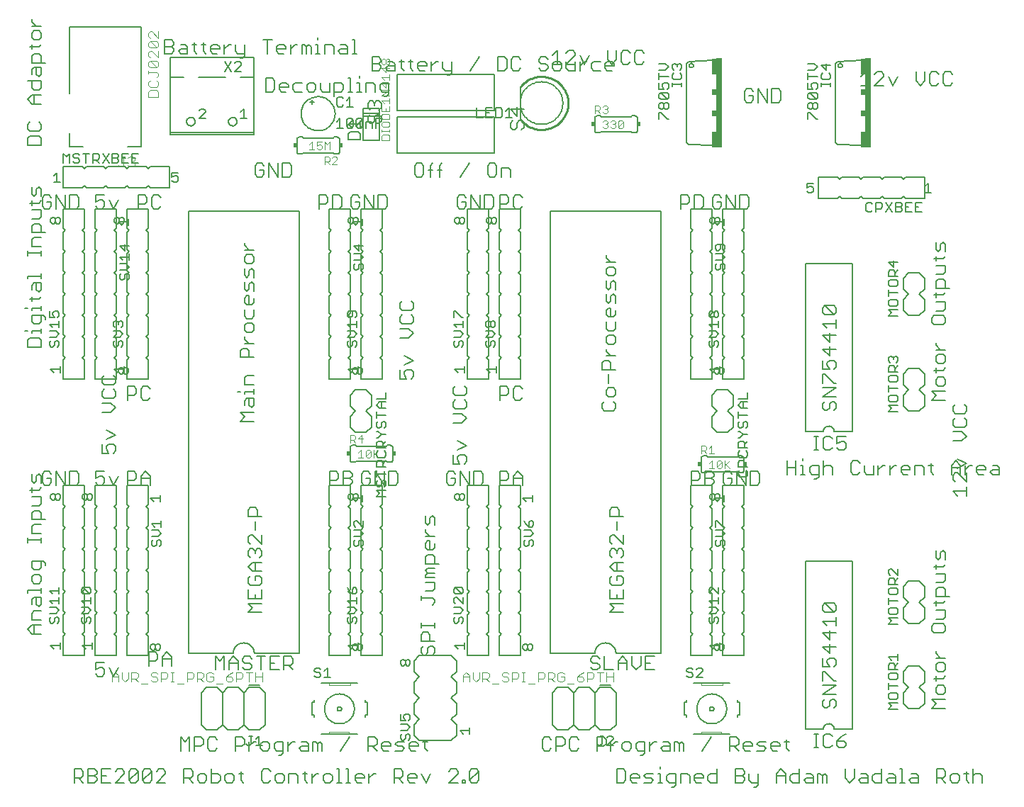
<source format=gto>
G75*
G70*
%OFA0B0*%
%FSLAX24Y24*%
%IPPOS*%
%LPD*%
%AMOC8*
5,1,8,0,0,1.08239X$1,22.5*
%
%ADD10C,0.0060*%
%ADD11C,0.0070*%
%ADD12C,0.0020*%
%ADD13C,0.0050*%
%ADD14R,0.0300X0.4200*%
%ADD15R,0.0200X0.0750*%
%ADD16R,0.0200X0.0300*%
%ADD17C,0.0080*%
%ADD18C,0.0040*%
%ADD19C,0.0100*%
%ADD20R,0.0150X0.0200*%
%ADD21C,0.0030*%
D10*
X002636Y000634D02*
X002636Y001275D01*
X002957Y001275D01*
X003063Y001168D01*
X003063Y000954D01*
X002957Y000848D01*
X002636Y000848D01*
X002850Y000848D02*
X003063Y000634D01*
X003281Y000634D02*
X003601Y000634D01*
X003708Y000741D01*
X003708Y000848D01*
X003601Y000954D01*
X003281Y000954D01*
X003281Y000634D02*
X003281Y001275D01*
X003601Y001275D01*
X003708Y001168D01*
X003708Y001061D01*
X003601Y000954D01*
X003926Y000954D02*
X004139Y000954D01*
X003926Y000634D02*
X004353Y000634D01*
X004570Y000634D02*
X004997Y001061D01*
X004997Y001168D01*
X004890Y001275D01*
X004677Y001275D01*
X004570Y001168D01*
X004353Y001275D02*
X003926Y001275D01*
X003926Y000634D01*
X004570Y000634D02*
X004997Y000634D01*
X005215Y000741D02*
X005321Y000634D01*
X005535Y000634D01*
X005642Y000741D01*
X005642Y001168D01*
X005215Y000741D01*
X005215Y001168D01*
X005321Y001275D01*
X005535Y001275D01*
X005642Y001168D01*
X005859Y001168D02*
X005966Y001275D01*
X006179Y001275D01*
X006286Y001168D01*
X005859Y000741D01*
X005966Y000634D01*
X006179Y000634D01*
X006286Y000741D01*
X006286Y001168D01*
X006504Y001168D02*
X006610Y001275D01*
X006824Y001275D01*
X006931Y001168D01*
X006931Y001061D01*
X006504Y000634D01*
X006931Y000634D01*
X007793Y000634D02*
X007793Y001275D01*
X008113Y001275D01*
X008220Y001168D01*
X008220Y000954D01*
X008113Y000848D01*
X007793Y000848D01*
X008006Y000848D02*
X008220Y000634D01*
X008437Y000741D02*
X008544Y000634D01*
X008757Y000634D01*
X008864Y000741D01*
X008864Y000954D01*
X008757Y001061D01*
X008544Y001061D01*
X008437Y000954D01*
X008437Y000741D01*
X009082Y000634D02*
X009402Y000634D01*
X009509Y000741D01*
X009509Y000954D01*
X009402Y001061D01*
X009082Y001061D01*
X009082Y001275D02*
X009082Y000634D01*
X009726Y000741D02*
X009833Y000634D01*
X010046Y000634D01*
X010153Y000741D01*
X010153Y000954D01*
X010046Y001061D01*
X009833Y001061D01*
X009726Y000954D01*
X009726Y000741D01*
X010371Y001061D02*
X010584Y001061D01*
X010478Y001168D02*
X010478Y000741D01*
X010584Y000634D01*
X011445Y000741D02*
X011445Y001168D01*
X011552Y001275D01*
X011765Y001275D01*
X011872Y001168D01*
X012090Y000954D02*
X012090Y000741D01*
X012196Y000634D01*
X012410Y000634D01*
X012517Y000741D01*
X012517Y000954D01*
X012410Y001061D01*
X012196Y001061D01*
X012090Y000954D01*
X011872Y000741D02*
X011765Y000634D01*
X011552Y000634D01*
X011445Y000741D01*
X012734Y000634D02*
X012734Y001061D01*
X013054Y001061D01*
X013161Y000954D01*
X013161Y000634D01*
X013485Y000741D02*
X013592Y000634D01*
X013485Y000741D02*
X013485Y001168D01*
X013379Y001061D02*
X013592Y001061D01*
X013808Y001061D02*
X013808Y000634D01*
X013808Y000848D02*
X014022Y001061D01*
X014129Y001061D01*
X014345Y000954D02*
X014345Y000741D01*
X014452Y000634D01*
X014666Y000634D01*
X014772Y000741D01*
X014772Y000954D01*
X014666Y001061D01*
X014452Y001061D01*
X014345Y000954D01*
X014990Y000634D02*
X015203Y000634D01*
X015097Y000634D02*
X015097Y001275D01*
X014990Y001275D01*
X015420Y001275D02*
X015526Y001275D01*
X015526Y000634D01*
X015420Y000634D02*
X015633Y000634D01*
X015849Y000741D02*
X015849Y000954D01*
X015956Y001061D01*
X016169Y001061D01*
X016276Y000954D01*
X016276Y000848D01*
X015849Y000848D01*
X015849Y000741D02*
X015956Y000634D01*
X016169Y000634D01*
X016494Y000634D02*
X016494Y001061D01*
X016494Y000848D02*
X016707Y001061D01*
X016814Y001061D01*
X017675Y000848D02*
X017996Y000848D01*
X018102Y000954D01*
X018102Y001168D01*
X017996Y001275D01*
X017675Y001275D01*
X017675Y000634D01*
X017889Y000848D02*
X018102Y000634D01*
X018320Y000741D02*
X018427Y000634D01*
X018640Y000634D01*
X018747Y000848D02*
X018320Y000848D01*
X018320Y000954D02*
X018427Y001061D01*
X018640Y001061D01*
X018747Y000954D01*
X018747Y000848D01*
X018964Y001061D02*
X019178Y000634D01*
X019391Y001061D01*
X020254Y001168D02*
X020360Y001275D01*
X020574Y001275D01*
X020681Y001168D01*
X020681Y001061D01*
X020254Y000634D01*
X020681Y000634D01*
X020898Y000634D02*
X020898Y000741D01*
X021005Y000741D01*
X021005Y000634D01*
X020898Y000634D01*
X021220Y000741D02*
X021647Y001168D01*
X021647Y000741D01*
X021541Y000634D01*
X021327Y000634D01*
X021220Y000741D01*
X021220Y001168D01*
X021327Y001275D01*
X021541Y001275D01*
X021647Y001168D01*
X020356Y002604D02*
X020606Y002854D01*
X020606Y003354D01*
X020356Y003604D01*
X020606Y003854D01*
X020606Y004354D01*
X020356Y004604D01*
X020606Y004854D01*
X020606Y005354D01*
X020356Y005604D01*
X020606Y005854D01*
X020606Y006354D01*
X020356Y006604D01*
X018856Y006604D01*
X018606Y006354D01*
X018606Y005854D01*
X018856Y005604D01*
X018606Y005354D01*
X018606Y004854D01*
X018856Y004604D01*
X018606Y004354D01*
X018606Y003854D01*
X018856Y003604D01*
X018606Y003354D01*
X018606Y002854D01*
X018856Y002604D01*
X020356Y002604D01*
X019237Y002561D02*
X019023Y002561D01*
X019130Y002668D02*
X019130Y002241D01*
X019237Y002134D01*
X018806Y002348D02*
X018379Y002348D01*
X018379Y002454D02*
X018485Y002561D01*
X018699Y002561D01*
X018806Y002454D01*
X018806Y002348D01*
X018699Y002134D02*
X018485Y002134D01*
X018379Y002241D01*
X018379Y002454D01*
X018161Y002561D02*
X017841Y002561D01*
X017734Y002454D01*
X017841Y002348D01*
X018054Y002348D01*
X018161Y002241D01*
X018054Y002134D01*
X017734Y002134D01*
X017516Y002348D02*
X017089Y002348D01*
X017089Y002454D02*
X017196Y002561D01*
X017410Y002561D01*
X017516Y002454D01*
X017516Y002348D01*
X017410Y002134D02*
X017196Y002134D01*
X017089Y002241D01*
X017089Y002454D01*
X016872Y002454D02*
X016765Y002348D01*
X016445Y002348D01*
X016658Y002348D02*
X016872Y002134D01*
X016872Y002454D02*
X016872Y002668D01*
X016765Y002775D01*
X016445Y002775D01*
X016445Y002134D01*
X015956Y002904D02*
X015556Y002904D01*
X014606Y002904D01*
X014256Y002904D01*
X014187Y002561D02*
X014294Y002454D01*
X014294Y002134D01*
X014080Y002134D02*
X014080Y002454D01*
X014187Y002561D01*
X014080Y002454D02*
X013974Y002561D01*
X013867Y002561D01*
X013867Y002134D01*
X013649Y002134D02*
X013329Y002134D01*
X013222Y002241D01*
X013329Y002348D01*
X013649Y002348D01*
X013649Y002454D02*
X013649Y002134D01*
X013649Y002454D02*
X013543Y002561D01*
X013329Y002561D01*
X013005Y002561D02*
X012899Y002561D01*
X012685Y002348D01*
X012685Y002561D02*
X012685Y002134D01*
X012468Y002134D02*
X012147Y002134D01*
X012041Y002241D01*
X012041Y002454D01*
X012147Y002561D01*
X012468Y002561D01*
X012468Y002028D01*
X012361Y001921D01*
X012254Y001921D01*
X011823Y002241D02*
X011823Y002454D01*
X011716Y002561D01*
X011503Y002561D01*
X011396Y002454D01*
X011396Y002241D01*
X011503Y002134D01*
X011716Y002134D01*
X011823Y002241D01*
X011179Y002561D02*
X011073Y002561D01*
X010859Y002348D01*
X010859Y002561D02*
X010859Y002134D01*
X010642Y002454D02*
X010535Y002348D01*
X010215Y002348D01*
X010215Y002134D02*
X010215Y002775D01*
X010535Y002775D01*
X010642Y002668D01*
X010642Y002454D01*
X009353Y002241D02*
X009246Y002134D01*
X009032Y002134D01*
X008926Y002241D01*
X008926Y002668D01*
X009032Y002775D01*
X009246Y002775D01*
X009353Y002668D01*
X008708Y002668D02*
X008708Y002454D01*
X008601Y002348D01*
X008281Y002348D01*
X008281Y002134D02*
X008281Y002775D01*
X008601Y002775D01*
X008708Y002668D01*
X008063Y002775D02*
X008063Y002134D01*
X007636Y002134D02*
X007636Y002775D01*
X007850Y002561D01*
X008063Y002775D01*
X005859Y001168D02*
X005859Y000741D01*
X004494Y005634D02*
X004708Y006061D01*
X004281Y006061D02*
X004494Y005634D01*
X004063Y005741D02*
X003957Y005634D01*
X003743Y005634D01*
X003636Y005741D01*
X003636Y005954D02*
X003850Y006061D01*
X003957Y006061D01*
X004063Y005954D01*
X004063Y005741D01*
X003636Y005954D02*
X003636Y006275D01*
X004063Y006275D01*
X003606Y006604D02*
X003606Y007504D01*
X003706Y007604D01*
X003606Y007704D01*
X003606Y008504D01*
X003706Y008604D01*
X003606Y008704D01*
X003606Y009504D01*
X003706Y009604D01*
X003606Y009704D01*
X003606Y010504D01*
X003706Y010604D01*
X003606Y010704D01*
X003606Y011504D01*
X003706Y011604D01*
X003606Y011704D01*
X003606Y012504D01*
X003706Y012604D01*
X003606Y012704D01*
X003606Y013504D01*
X003706Y013604D01*
X003606Y013704D01*
X003606Y014604D01*
X004606Y014604D01*
X004606Y013704D01*
X004506Y013604D01*
X004606Y013504D01*
X004606Y012704D01*
X004506Y012604D01*
X004606Y012504D01*
X004606Y011704D01*
X004506Y011604D01*
X004606Y011504D01*
X004606Y010704D01*
X004506Y010604D01*
X004606Y010504D01*
X004606Y009704D01*
X004506Y009604D01*
X004606Y009504D01*
X004606Y008704D01*
X004506Y008604D01*
X004606Y008504D01*
X004606Y007704D01*
X004506Y007604D01*
X004606Y007504D01*
X004606Y006604D01*
X003606Y006604D01*
X003106Y006604D02*
X003106Y007504D01*
X003006Y007604D01*
X003106Y007704D01*
X003106Y008504D01*
X003006Y008604D01*
X003106Y008704D01*
X003106Y009504D01*
X003006Y009604D01*
X003106Y009704D01*
X003106Y010504D01*
X003006Y010604D01*
X003106Y010704D01*
X003106Y011504D01*
X003006Y011604D01*
X003106Y011704D01*
X003106Y012504D01*
X003006Y012604D01*
X003106Y012704D01*
X003106Y013504D01*
X003006Y013604D01*
X003106Y013704D01*
X003106Y014604D01*
X002106Y014604D01*
X002106Y013704D01*
X002206Y013604D01*
X002106Y013504D01*
X002106Y012704D01*
X002206Y012604D01*
X002106Y012504D01*
X002106Y011704D01*
X002206Y011604D01*
X002106Y011504D01*
X002106Y010704D01*
X002206Y010604D01*
X002106Y010504D01*
X002106Y009704D01*
X002206Y009604D01*
X002106Y009504D01*
X002106Y008704D01*
X002206Y008604D01*
X002106Y008504D01*
X002106Y007704D01*
X002206Y007604D01*
X002106Y007504D01*
X002106Y006604D01*
X003106Y006604D01*
X001076Y007634D02*
X000649Y007634D01*
X000436Y007848D01*
X000649Y008061D01*
X001076Y008061D01*
X001076Y008279D02*
X000649Y008279D01*
X000649Y008599D01*
X000756Y008706D01*
X001076Y008706D01*
X000970Y008923D02*
X000863Y009030D01*
X000863Y009350D01*
X000756Y009350D02*
X001076Y009350D01*
X001076Y009030D01*
X000970Y008923D01*
X000649Y009030D02*
X000649Y009244D01*
X000756Y009350D01*
X000436Y009568D02*
X000436Y009675D01*
X001076Y009675D01*
X001076Y009781D02*
X001076Y009568D01*
X000970Y009998D02*
X000756Y009998D01*
X000649Y010104D01*
X000649Y010318D01*
X000756Y010425D01*
X000970Y010425D01*
X001076Y010318D01*
X001076Y010104D01*
X000970Y009998D01*
X000970Y010642D02*
X000756Y010642D01*
X000649Y010749D01*
X000649Y011069D01*
X001183Y011069D01*
X001290Y010962D01*
X001290Y010856D01*
X001076Y010749D02*
X001076Y011069D01*
X001076Y010749D02*
X000970Y010642D01*
X001076Y011931D02*
X001076Y012145D01*
X001076Y012038D02*
X000436Y012038D01*
X000436Y011931D02*
X000436Y012145D01*
X000649Y012361D02*
X000649Y012681D01*
X000756Y012788D01*
X001076Y012788D01*
X001076Y013005D02*
X001076Y013326D01*
X000970Y013432D01*
X000756Y013432D01*
X000649Y013326D01*
X000649Y013005D01*
X001290Y013005D01*
X001076Y012361D02*
X000649Y012361D01*
X000649Y013650D02*
X000970Y013650D01*
X001076Y013757D01*
X001076Y014077D01*
X000649Y014077D01*
X000649Y014294D02*
X000649Y014508D01*
X000543Y014401D02*
X000970Y014401D01*
X001076Y014508D01*
X001243Y014634D02*
X001457Y014634D01*
X001563Y014741D01*
X001563Y014954D01*
X001350Y014954D01*
X001076Y015044D02*
X000970Y015151D01*
X000863Y015044D01*
X000863Y014831D01*
X000756Y014724D01*
X000649Y014831D01*
X000649Y015151D01*
X001076Y015044D02*
X001076Y014724D01*
X001136Y014741D02*
X001243Y014634D01*
X001136Y014741D02*
X001136Y015168D01*
X001243Y015275D01*
X001457Y015275D01*
X001563Y015168D01*
X001781Y015275D02*
X002208Y014634D01*
X002208Y015275D01*
X002426Y015275D02*
X002426Y014634D01*
X002746Y014634D01*
X002853Y014741D01*
X002853Y015168D01*
X002746Y015275D01*
X002426Y015275D01*
X001781Y015275D02*
X001781Y014634D01*
X003636Y014741D02*
X003743Y014634D01*
X003957Y014634D01*
X004063Y014741D01*
X004063Y014954D01*
X003957Y015061D01*
X003850Y015061D01*
X003636Y014954D01*
X003636Y015275D01*
X004063Y015275D01*
X004281Y015061D02*
X004494Y014634D01*
X004708Y015061D01*
X005136Y014848D02*
X005457Y014848D01*
X005563Y014954D01*
X005563Y015168D01*
X005457Y015275D01*
X005136Y015275D01*
X005136Y014634D01*
X005106Y014604D02*
X005106Y013704D01*
X005206Y013604D01*
X005106Y013504D01*
X005106Y012704D01*
X005206Y012604D01*
X005106Y012504D01*
X005106Y011704D01*
X005206Y011604D01*
X005106Y011504D01*
X005106Y010704D01*
X005206Y010604D01*
X005106Y010504D01*
X005106Y009704D01*
X005206Y009604D01*
X005106Y009504D01*
X005106Y008704D01*
X005206Y008604D01*
X005106Y008504D01*
X005106Y007704D01*
X005206Y007604D01*
X005106Y007504D01*
X005106Y006604D01*
X006106Y006604D01*
X006106Y007504D01*
X006006Y007604D01*
X006106Y007704D01*
X006106Y008504D01*
X006006Y008604D01*
X006106Y008704D01*
X006106Y009504D01*
X006006Y009604D01*
X006106Y009704D01*
X006106Y010504D01*
X006006Y010604D01*
X006106Y010704D01*
X006106Y011504D01*
X006006Y011604D01*
X006106Y011704D01*
X006106Y012504D01*
X006006Y012604D01*
X006106Y012704D01*
X006106Y013504D01*
X006006Y013604D01*
X006106Y013704D01*
X006106Y014604D01*
X005106Y014604D01*
X005781Y014634D02*
X005781Y015061D01*
X005994Y015275D01*
X006208Y015061D01*
X006208Y014634D01*
X006208Y014954D02*
X005781Y014954D01*
X004576Y016241D02*
X004470Y016134D01*
X004576Y016241D02*
X004576Y016454D01*
X004470Y016561D01*
X004256Y016561D01*
X004149Y016454D01*
X004149Y016348D01*
X004256Y016134D01*
X003936Y016134D01*
X003936Y016561D01*
X004149Y016779D02*
X004576Y016992D01*
X004149Y017206D01*
X003936Y018068D02*
X004363Y018068D01*
X004576Y018281D01*
X004363Y018495D01*
X003936Y018495D01*
X004043Y018712D02*
X004470Y018712D01*
X004576Y018819D01*
X004576Y019033D01*
X004470Y019139D01*
X004470Y019357D02*
X004043Y019357D01*
X003936Y019464D01*
X003936Y019677D01*
X004043Y019784D01*
X004470Y019784D02*
X004576Y019677D01*
X004576Y019464D01*
X004470Y019357D01*
X004606Y019604D02*
X003606Y019604D01*
X003606Y020504D01*
X003706Y020604D01*
X003606Y020704D01*
X003606Y021504D01*
X003706Y021604D01*
X003606Y021704D01*
X003606Y022504D01*
X003706Y022604D01*
X003606Y022704D01*
X003606Y023504D01*
X003706Y023604D01*
X003606Y023704D01*
X003606Y024504D01*
X003706Y024604D01*
X003606Y024704D01*
X003606Y025504D01*
X003706Y025604D01*
X003606Y025704D01*
X003606Y026504D01*
X003706Y026604D01*
X003606Y026704D01*
X003606Y027604D01*
X004606Y027604D01*
X004606Y026704D01*
X004506Y026604D01*
X004606Y026504D01*
X004606Y025704D01*
X004506Y025604D01*
X004606Y025504D01*
X004606Y024704D01*
X004506Y024604D01*
X004606Y024504D01*
X004606Y023704D01*
X004506Y023604D01*
X004606Y023504D01*
X004606Y022704D01*
X004506Y022604D01*
X004606Y022504D01*
X004606Y021704D01*
X004506Y021604D01*
X004606Y021504D01*
X004606Y020704D01*
X004506Y020604D01*
X004606Y020504D01*
X004606Y019604D01*
X005106Y019604D02*
X005106Y020504D01*
X005206Y020604D01*
X005106Y020704D01*
X005106Y021504D01*
X005206Y021604D01*
X005106Y021704D01*
X005106Y022504D01*
X005206Y022604D01*
X005106Y022704D01*
X005106Y023504D01*
X005206Y023604D01*
X005106Y023704D01*
X005106Y024504D01*
X005206Y024604D01*
X005106Y024704D01*
X005106Y025504D01*
X005206Y025604D01*
X005106Y025704D01*
X005106Y026504D01*
X005206Y026604D01*
X005106Y026704D01*
X005106Y027604D01*
X006106Y027604D01*
X006106Y026704D01*
X006006Y026604D01*
X006106Y026504D01*
X006106Y025704D01*
X006006Y025604D01*
X006106Y025504D01*
X006106Y024704D01*
X006006Y024604D01*
X006106Y024504D01*
X006106Y023704D01*
X006006Y023604D01*
X006106Y023504D01*
X006106Y022704D01*
X006006Y022604D01*
X006106Y022504D01*
X006106Y021704D01*
X006006Y021604D01*
X006106Y021504D01*
X006106Y020704D01*
X006006Y020604D01*
X006106Y020504D01*
X006106Y019604D01*
X005106Y019604D01*
X005136Y019275D02*
X005457Y019275D01*
X005563Y019168D01*
X005563Y018954D01*
X005457Y018848D01*
X005136Y018848D01*
X005136Y018634D02*
X005136Y019275D01*
X005781Y019168D02*
X005781Y018741D01*
X005888Y018634D01*
X006101Y018634D01*
X006208Y018741D01*
X006208Y019168D02*
X006101Y019275D01*
X005888Y019275D01*
X005781Y019168D01*
X004043Y019139D02*
X003936Y019033D01*
X003936Y018819D01*
X004043Y018712D01*
X003106Y019604D02*
X003106Y020504D01*
X003006Y020604D01*
X003106Y020704D01*
X003106Y021504D01*
X003006Y021604D01*
X003106Y021704D01*
X003106Y022504D01*
X003006Y022604D01*
X003106Y022704D01*
X003106Y023504D01*
X003006Y023604D01*
X003106Y023704D01*
X003106Y024504D01*
X003006Y024604D01*
X003106Y024704D01*
X003106Y025504D01*
X003006Y025604D01*
X003106Y025704D01*
X003106Y026504D01*
X003006Y026604D01*
X003106Y026704D01*
X003106Y027604D01*
X002106Y027604D01*
X002106Y026704D01*
X002206Y026604D01*
X002106Y026504D01*
X002106Y025704D01*
X002206Y025604D01*
X002106Y025504D01*
X002106Y024704D01*
X002206Y024604D01*
X002106Y024504D01*
X002106Y023704D01*
X002206Y023604D01*
X002106Y023504D01*
X002106Y022704D01*
X002206Y022604D01*
X002106Y022504D01*
X002106Y021704D01*
X002206Y021604D01*
X002106Y021504D01*
X002106Y020704D01*
X002206Y020604D01*
X002106Y020504D01*
X002106Y019604D01*
X003106Y019604D01*
X001076Y021134D02*
X001076Y021454D01*
X000970Y021561D01*
X000543Y021561D01*
X000436Y021454D01*
X000436Y021134D01*
X001076Y021134D01*
X001076Y021779D02*
X001076Y021992D01*
X001076Y021886D02*
X000649Y021886D01*
X000649Y021779D01*
X000436Y021886D02*
X000329Y021886D01*
X000756Y022208D02*
X000649Y022315D01*
X000649Y022635D01*
X001183Y022635D01*
X001290Y022529D01*
X001290Y022422D01*
X001076Y022315D02*
X001076Y022635D01*
X001076Y022853D02*
X001076Y023066D01*
X001076Y022960D02*
X000649Y022960D01*
X000649Y022853D01*
X000436Y022960D02*
X000329Y022960D01*
X000649Y023283D02*
X000649Y023496D01*
X000543Y023389D02*
X000970Y023389D01*
X001076Y023496D01*
X000970Y023712D02*
X000863Y023819D01*
X000863Y024139D01*
X000756Y024139D02*
X001076Y024139D01*
X001076Y023819D01*
X000970Y023712D01*
X000649Y023819D02*
X000649Y024033D01*
X000756Y024139D01*
X000436Y024357D02*
X000436Y024464D01*
X001076Y024464D01*
X001076Y024570D02*
X001076Y024357D01*
X001076Y025431D02*
X001076Y025645D01*
X001076Y025538D02*
X000436Y025538D01*
X000436Y025431D02*
X000436Y025645D01*
X000649Y025861D02*
X000649Y026181D01*
X000756Y026288D01*
X001076Y026288D01*
X001076Y026505D02*
X001076Y026826D01*
X000970Y026932D01*
X000756Y026932D01*
X000649Y026826D01*
X000649Y026505D01*
X001290Y026505D01*
X001076Y025861D02*
X000649Y025861D01*
X000649Y027150D02*
X000970Y027150D01*
X001076Y027257D01*
X001076Y027577D01*
X000649Y027577D01*
X000649Y027794D02*
X000649Y028008D01*
X000543Y027901D02*
X000970Y027901D01*
X001076Y028008D01*
X001136Y028168D02*
X001136Y027741D01*
X001243Y027634D01*
X001457Y027634D01*
X001563Y027741D01*
X001563Y027954D01*
X001350Y027954D01*
X001563Y028168D02*
X001457Y028275D01*
X001243Y028275D01*
X001136Y028168D01*
X001076Y028224D02*
X001076Y028544D01*
X000970Y028651D01*
X000863Y028544D01*
X000863Y028331D01*
X000756Y028224D01*
X000649Y028331D01*
X000649Y028651D01*
X001781Y028275D02*
X002208Y027634D01*
X002208Y028275D01*
X002426Y028275D02*
X002746Y028275D01*
X002853Y028168D01*
X002853Y027741D01*
X002746Y027634D01*
X002426Y027634D01*
X002426Y028275D01*
X002106Y028604D02*
X003006Y028604D01*
X003106Y028704D01*
X003206Y028604D01*
X004006Y028604D01*
X004106Y028704D01*
X004206Y028604D01*
X005006Y028604D01*
X005106Y028704D01*
X005206Y028604D01*
X006006Y028604D01*
X006106Y028704D01*
X006206Y028604D01*
X007106Y028604D01*
X007106Y029604D01*
X006206Y029604D01*
X006106Y029504D01*
X006006Y029604D01*
X005206Y029604D01*
X005106Y029504D01*
X005006Y029604D01*
X004206Y029604D01*
X004106Y029504D01*
X004006Y029604D01*
X003206Y029604D01*
X003106Y029504D01*
X003006Y029604D01*
X002106Y029604D01*
X002106Y028604D01*
X001781Y028275D02*
X001781Y027634D01*
X003636Y027741D02*
X003743Y027634D01*
X003957Y027634D01*
X004063Y027741D01*
X004063Y027954D01*
X003957Y028061D01*
X003850Y028061D01*
X003636Y027954D01*
X003636Y028275D01*
X004063Y028275D01*
X004281Y028061D02*
X004494Y027634D01*
X004708Y028061D01*
X005636Y027848D02*
X005957Y027848D01*
X006063Y027954D01*
X006063Y028168D01*
X005957Y028275D01*
X005636Y028275D01*
X005636Y027634D01*
X006281Y027741D02*
X006388Y027634D01*
X006601Y027634D01*
X006708Y027741D01*
X006281Y027741D02*
X006281Y028168D01*
X006388Y028275D01*
X006601Y028275D01*
X006708Y028168D01*
X008006Y027504D02*
X008006Y006704D01*
X010106Y006704D01*
X010108Y006748D01*
X010114Y006791D01*
X010123Y006833D01*
X010136Y006875D01*
X010153Y006915D01*
X010173Y006954D01*
X010196Y006991D01*
X010223Y007025D01*
X010252Y007058D01*
X010285Y007087D01*
X010319Y007114D01*
X010356Y007137D01*
X010395Y007157D01*
X010435Y007174D01*
X010477Y007187D01*
X010519Y007196D01*
X010562Y007202D01*
X010606Y007204D01*
X010650Y007202D01*
X010693Y007196D01*
X010735Y007187D01*
X010777Y007174D01*
X010817Y007157D01*
X010856Y007137D01*
X010893Y007114D01*
X010927Y007087D01*
X010960Y007058D01*
X010989Y007025D01*
X011016Y006991D01*
X011039Y006954D01*
X011059Y006915D01*
X011076Y006875D01*
X011089Y006833D01*
X011098Y006791D01*
X011104Y006748D01*
X011106Y006704D01*
X013206Y006704D01*
X013206Y027504D01*
X008006Y027504D01*
X010649Y026011D02*
X010649Y025904D01*
X010863Y025691D01*
X011076Y025691D02*
X010649Y025691D01*
X010756Y025473D02*
X010649Y025367D01*
X010649Y025153D01*
X010756Y025046D01*
X010970Y025046D01*
X011076Y025153D01*
X011076Y025367D01*
X010970Y025473D01*
X010756Y025473D01*
X010649Y024829D02*
X010649Y024509D01*
X010756Y024402D01*
X010863Y024509D01*
X010863Y024722D01*
X010970Y024829D01*
X011076Y024722D01*
X011076Y024402D01*
X010970Y024184D02*
X010863Y024077D01*
X010863Y023864D01*
X010756Y023757D01*
X010649Y023864D01*
X010649Y024184D01*
X010970Y024184D02*
X011076Y024077D01*
X011076Y023757D01*
X010863Y023540D02*
X010756Y023540D01*
X010649Y023433D01*
X010649Y023219D01*
X010756Y023113D01*
X010970Y023113D01*
X011076Y023219D01*
X011076Y023433D01*
X010863Y023540D02*
X010863Y023113D01*
X011076Y022895D02*
X011076Y022575D01*
X010970Y022468D01*
X010756Y022468D01*
X010649Y022575D01*
X010649Y022895D01*
X010756Y022251D02*
X010649Y022144D01*
X010649Y021930D01*
X010756Y021824D01*
X010970Y021824D01*
X011076Y021930D01*
X011076Y022144D01*
X010970Y022251D01*
X010756Y022251D01*
X010649Y021607D02*
X010649Y021500D01*
X010863Y021287D01*
X011076Y021287D02*
X010649Y021287D01*
X010543Y021069D02*
X010756Y021069D01*
X010863Y020962D01*
X010863Y020642D01*
X011076Y020642D02*
X010436Y020642D01*
X010436Y020962D01*
X010543Y021069D01*
X010756Y019780D02*
X011076Y019780D01*
X010756Y019780D02*
X010649Y019673D01*
X010649Y019353D01*
X011076Y019353D01*
X011076Y019137D02*
X011076Y018923D01*
X011076Y019030D02*
X010649Y019030D01*
X010649Y018923D01*
X010436Y019030D02*
X010329Y019030D01*
X010756Y018706D02*
X011076Y018706D01*
X011076Y018386D01*
X010970Y018279D01*
X010863Y018386D01*
X010863Y018706D01*
X010756Y018706D02*
X010649Y018599D01*
X010649Y018386D01*
X010436Y018061D02*
X011076Y018061D01*
X011076Y017634D02*
X010436Y017634D01*
X010649Y017848D01*
X010436Y018061D01*
X014606Y019604D02*
X014606Y020504D01*
X014706Y020604D01*
X014606Y020704D01*
X014606Y021504D01*
X014706Y021604D01*
X014606Y021704D01*
X014606Y022504D01*
X014706Y022604D01*
X014606Y022704D01*
X014606Y023504D01*
X014706Y023604D01*
X014606Y023704D01*
X014606Y024504D01*
X014706Y024604D01*
X014606Y024704D01*
X014606Y025504D01*
X014706Y025604D01*
X014606Y025704D01*
X014606Y026504D01*
X014706Y026604D01*
X014606Y026704D01*
X014606Y027604D01*
X015606Y027604D01*
X015606Y026704D01*
X015506Y026604D01*
X015606Y026504D01*
X015606Y025704D01*
X015506Y025604D01*
X015606Y025504D01*
X015606Y024704D01*
X015506Y024604D01*
X015606Y024504D01*
X015606Y023704D01*
X015506Y023604D01*
X015606Y023504D01*
X015606Y022704D01*
X015506Y022604D01*
X015606Y022504D01*
X015606Y021704D01*
X015506Y021604D01*
X015606Y021504D01*
X015606Y020704D01*
X015506Y020604D01*
X015606Y020504D01*
X015606Y019604D01*
X014606Y019604D01*
X016106Y019604D02*
X016106Y020504D01*
X016206Y020604D01*
X016106Y020704D01*
X016106Y021504D01*
X016206Y021604D01*
X016106Y021704D01*
X016106Y022504D01*
X016206Y022604D01*
X016106Y022704D01*
X016106Y023504D01*
X016206Y023604D01*
X016106Y023704D01*
X016106Y024504D01*
X016206Y024604D01*
X016106Y024704D01*
X016106Y025504D01*
X016206Y025604D01*
X016106Y025704D01*
X016106Y026504D01*
X016206Y026604D01*
X016106Y026704D01*
X016106Y027604D01*
X017106Y027604D01*
X017106Y026704D01*
X017006Y026604D01*
X017106Y026504D01*
X017106Y025704D01*
X017006Y025604D01*
X017106Y025504D01*
X017106Y024704D01*
X017006Y024604D01*
X017106Y024504D01*
X017106Y023704D01*
X017006Y023604D01*
X017106Y023504D01*
X017106Y022704D01*
X017006Y022604D01*
X017106Y022504D01*
X017106Y021704D01*
X017006Y021604D01*
X017106Y021504D01*
X017106Y020704D01*
X017006Y020604D01*
X017106Y020504D01*
X017106Y019604D01*
X016106Y019604D01*
X017936Y019634D02*
X018256Y019634D01*
X018149Y019848D01*
X018149Y019954D01*
X018256Y020061D01*
X018470Y020061D01*
X018576Y019954D01*
X018576Y019741D01*
X018470Y019634D01*
X017936Y019634D02*
X017936Y020061D01*
X018149Y020279D02*
X018576Y020492D01*
X018149Y020706D01*
X017936Y021568D02*
X018363Y021568D01*
X018576Y021781D01*
X018363Y021995D01*
X017936Y021995D01*
X018043Y022212D02*
X017936Y022319D01*
X017936Y022533D01*
X018043Y022639D01*
X018043Y022857D02*
X018470Y022857D01*
X018576Y022964D01*
X018576Y023177D01*
X018470Y023284D01*
X018043Y023284D02*
X017936Y023177D01*
X017936Y022964D01*
X018043Y022857D01*
X018470Y022639D02*
X018576Y022533D01*
X018576Y022319D01*
X018470Y022212D01*
X018043Y022212D01*
X021106Y022504D02*
X021106Y021704D01*
X021206Y021604D01*
X021106Y021504D01*
X021106Y020704D01*
X021206Y020604D01*
X021106Y020504D01*
X021106Y019604D01*
X022106Y019604D01*
X022106Y020504D01*
X022006Y020604D01*
X022106Y020704D01*
X022106Y021504D01*
X022006Y021604D01*
X022106Y021704D01*
X022106Y022504D01*
X022006Y022604D01*
X022106Y022704D01*
X022106Y023504D01*
X022006Y023604D01*
X022106Y023704D01*
X022106Y024504D01*
X022006Y024604D01*
X022106Y024704D01*
X022106Y025504D01*
X022006Y025604D01*
X022106Y025704D01*
X022106Y026504D01*
X022006Y026604D01*
X022106Y026704D01*
X022106Y027604D01*
X021106Y027604D01*
X021106Y026704D01*
X021206Y026604D01*
X021106Y026504D01*
X021106Y025704D01*
X021206Y025604D01*
X021106Y025504D01*
X021106Y024704D01*
X021206Y024604D01*
X021106Y024504D01*
X021106Y023704D01*
X021206Y023604D01*
X021106Y023504D01*
X021106Y022704D01*
X021206Y022604D01*
X021106Y022504D01*
X022606Y022504D02*
X022606Y021704D01*
X022706Y021604D01*
X022606Y021504D01*
X022606Y020704D01*
X022706Y020604D01*
X022606Y020504D01*
X022606Y019604D01*
X023606Y019604D01*
X023606Y020504D01*
X023506Y020604D01*
X023606Y020704D01*
X023606Y021504D01*
X023506Y021604D01*
X023606Y021704D01*
X023606Y022504D01*
X023506Y022604D01*
X023606Y022704D01*
X023606Y023504D01*
X023506Y023604D01*
X023606Y023704D01*
X023606Y024504D01*
X023506Y024604D01*
X023606Y024704D01*
X023606Y025504D01*
X023506Y025604D01*
X023606Y025704D01*
X023606Y026504D01*
X023506Y026604D01*
X023606Y026704D01*
X023606Y027604D01*
X022606Y027604D01*
X022606Y026704D01*
X022706Y026604D01*
X022606Y026504D01*
X022606Y025704D01*
X022706Y025604D01*
X022606Y025504D01*
X022606Y024704D01*
X022706Y024604D01*
X022606Y024504D01*
X022606Y023704D01*
X022706Y023604D01*
X022606Y023504D01*
X022606Y022704D01*
X022706Y022604D01*
X022606Y022504D01*
X022636Y019275D02*
X022957Y019275D01*
X023063Y019168D01*
X023063Y018954D01*
X022957Y018848D01*
X022636Y018848D01*
X022636Y018634D02*
X022636Y019275D01*
X023281Y019168D02*
X023281Y018741D01*
X023388Y018634D01*
X023601Y018634D01*
X023708Y018741D01*
X023708Y019168D02*
X023601Y019275D01*
X023388Y019275D01*
X023281Y019168D01*
X021076Y019177D02*
X020970Y019284D01*
X021076Y019177D02*
X021076Y018964D01*
X020970Y018857D01*
X020543Y018857D01*
X020436Y018964D01*
X020436Y019177D01*
X020543Y019284D01*
X020543Y018639D02*
X020436Y018533D01*
X020436Y018319D01*
X020543Y018212D01*
X020970Y018212D01*
X021076Y018319D01*
X021076Y018533D01*
X020970Y018639D01*
X020863Y017995D02*
X020436Y017995D01*
X020863Y017995D02*
X021076Y017781D01*
X020863Y017568D01*
X020436Y017568D01*
X020649Y016706D02*
X021076Y016492D01*
X020649Y016279D01*
X020756Y016061D02*
X020649Y015954D01*
X020649Y015848D01*
X020756Y015634D01*
X020436Y015634D01*
X020436Y016061D01*
X020756Y016061D02*
X020970Y016061D01*
X021076Y015954D01*
X021076Y015741D01*
X020970Y015634D01*
X020781Y015275D02*
X021208Y014634D01*
X021208Y015275D01*
X021426Y015275D02*
X021746Y015275D01*
X021853Y015168D01*
X021853Y014741D01*
X021746Y014634D01*
X021426Y014634D01*
X021426Y015275D01*
X020781Y015275D02*
X020781Y014634D01*
X020563Y014741D02*
X020563Y014954D01*
X020350Y014954D01*
X020563Y014741D02*
X020457Y014634D01*
X020243Y014634D01*
X020136Y014741D01*
X020136Y015168D01*
X020243Y015275D01*
X020457Y015275D01*
X020563Y015168D01*
X021106Y014604D02*
X022106Y014604D01*
X022106Y013704D01*
X022006Y013604D01*
X022106Y013504D01*
X022106Y012704D01*
X022006Y012604D01*
X022106Y012504D01*
X022106Y011704D01*
X022006Y011604D01*
X022106Y011504D01*
X022106Y010704D01*
X022006Y010604D01*
X022106Y010504D01*
X022106Y009704D01*
X022006Y009604D01*
X022106Y009504D01*
X022106Y008704D01*
X022006Y008604D01*
X022106Y008504D01*
X022106Y007704D01*
X022006Y007604D01*
X022106Y007504D01*
X022106Y006604D01*
X021106Y006604D01*
X021106Y007504D01*
X021206Y007604D01*
X021106Y007704D01*
X021106Y008504D01*
X021206Y008604D01*
X021106Y008704D01*
X021106Y009504D01*
X021206Y009604D01*
X021106Y009704D01*
X021106Y010504D01*
X021206Y010604D01*
X021106Y010704D01*
X021106Y011504D01*
X021206Y011604D01*
X021106Y011704D01*
X021106Y012504D01*
X021206Y012604D01*
X021106Y012704D01*
X021106Y013504D01*
X021206Y013604D01*
X021106Y013704D01*
X021106Y014604D01*
X022606Y014604D02*
X022606Y013704D01*
X022706Y013604D01*
X022606Y013504D01*
X022606Y012704D01*
X022706Y012604D01*
X022606Y012504D01*
X022606Y011704D01*
X022706Y011604D01*
X022606Y011504D01*
X022606Y010704D01*
X022706Y010604D01*
X022606Y010504D01*
X022606Y009704D01*
X022706Y009604D01*
X022606Y009504D01*
X022606Y008704D01*
X022706Y008604D01*
X022606Y008504D01*
X022606Y007704D01*
X022706Y007604D01*
X022606Y007504D01*
X022606Y006604D01*
X023606Y006604D01*
X023606Y007504D01*
X023506Y007604D01*
X023606Y007704D01*
X023606Y008504D01*
X023506Y008604D01*
X023606Y008704D01*
X023606Y009504D01*
X023506Y009604D01*
X023606Y009704D01*
X023606Y010504D01*
X023506Y010604D01*
X023606Y010704D01*
X023606Y011504D01*
X023506Y011604D01*
X023606Y011704D01*
X023606Y012504D01*
X023506Y012604D01*
X023606Y012704D01*
X023606Y013504D01*
X023506Y013604D01*
X023606Y013704D01*
X023606Y014604D01*
X022606Y014604D01*
X022636Y014634D02*
X022636Y015275D01*
X022957Y015275D01*
X023063Y015168D01*
X023063Y014954D01*
X022957Y014848D01*
X022636Y014848D01*
X023281Y014954D02*
X023708Y014954D01*
X023708Y015061D02*
X023708Y014634D01*
X023281Y014634D02*
X023281Y015061D01*
X023494Y015275D01*
X023708Y015061D01*
X019576Y013077D02*
X019470Y013184D01*
X019363Y013077D01*
X019363Y012864D01*
X019256Y012757D01*
X019149Y012864D01*
X019149Y013184D01*
X019576Y013077D02*
X019576Y012757D01*
X019149Y012540D02*
X019149Y012434D01*
X019363Y012220D01*
X019576Y012220D02*
X019149Y012220D01*
X019256Y012003D02*
X019363Y012003D01*
X019363Y011576D01*
X019470Y011576D02*
X019256Y011576D01*
X019149Y011682D01*
X019149Y011896D01*
X019256Y012003D01*
X019576Y011896D02*
X019576Y011682D01*
X019470Y011576D01*
X019470Y011358D02*
X019576Y011251D01*
X019576Y010931D01*
X019790Y010931D02*
X019149Y010931D01*
X019149Y011251D01*
X019256Y011358D01*
X019470Y011358D01*
X019576Y010714D02*
X019256Y010714D01*
X019149Y010607D01*
X019256Y010500D01*
X019576Y010500D01*
X019576Y010287D02*
X019149Y010287D01*
X019149Y010393D01*
X019256Y010500D01*
X019149Y010069D02*
X019576Y010069D01*
X019576Y009749D01*
X019470Y009642D01*
X019149Y009642D01*
X018936Y009425D02*
X018936Y009211D01*
X018936Y009318D02*
X019470Y009318D01*
X019576Y009211D01*
X019576Y009104D01*
X019470Y008998D01*
X019576Y008137D02*
X019576Y007923D01*
X019576Y008030D02*
X018936Y008030D01*
X018936Y007923D02*
X018936Y008137D01*
X019043Y007706D02*
X019256Y007706D01*
X019363Y007599D01*
X019363Y007279D01*
X019576Y007279D02*
X018936Y007279D01*
X018936Y007599D01*
X019043Y007706D01*
X019043Y007061D02*
X018936Y006954D01*
X018936Y006741D01*
X019043Y006634D01*
X019149Y006634D01*
X019256Y006741D01*
X019256Y006954D01*
X019363Y007061D01*
X019470Y007061D01*
X019576Y006954D01*
X019576Y006741D01*
X019470Y006634D01*
X017106Y006604D02*
X017106Y007504D01*
X017006Y007604D01*
X017106Y007704D01*
X017106Y008504D01*
X017006Y008604D01*
X017106Y008704D01*
X017106Y009504D01*
X017006Y009604D01*
X017106Y009704D01*
X017106Y010504D01*
X017006Y010604D01*
X017106Y010704D01*
X017106Y011504D01*
X017006Y011604D01*
X017106Y011704D01*
X017106Y012504D01*
X017006Y012604D01*
X017106Y012704D01*
X017106Y013504D01*
X017006Y013604D01*
X017106Y013704D01*
X017106Y014604D01*
X016106Y014604D01*
X016106Y013704D01*
X016206Y013604D01*
X016106Y013504D01*
X016106Y012704D01*
X016206Y012604D01*
X016106Y012504D01*
X016106Y011704D01*
X016206Y011604D01*
X016106Y011504D01*
X016106Y010704D01*
X016206Y010604D01*
X016106Y010504D01*
X016106Y009704D01*
X016206Y009604D01*
X016106Y009504D01*
X016106Y008704D01*
X016206Y008604D01*
X016106Y008504D01*
X016106Y007704D01*
X016206Y007604D01*
X016106Y007504D01*
X016106Y006604D01*
X017106Y006604D01*
X015606Y006604D02*
X014606Y006604D01*
X014606Y007504D01*
X014706Y007604D01*
X014606Y007704D01*
X014606Y008504D01*
X014706Y008604D01*
X014606Y008704D01*
X014606Y009504D01*
X014706Y009604D01*
X014606Y009704D01*
X014606Y010504D01*
X014706Y010604D01*
X014606Y010704D01*
X014606Y011504D01*
X014706Y011604D01*
X014606Y011704D01*
X014606Y012504D01*
X014706Y012604D01*
X014606Y012704D01*
X014606Y013504D01*
X014706Y013604D01*
X014606Y013704D01*
X014606Y014604D01*
X015606Y014604D01*
X015606Y013704D01*
X015506Y013604D01*
X015606Y013504D01*
X015606Y012704D01*
X015506Y012604D01*
X015606Y012504D01*
X015606Y011704D01*
X015506Y011604D01*
X015606Y011504D01*
X015606Y010704D01*
X015506Y010604D01*
X015606Y010504D01*
X015606Y009704D01*
X015506Y009604D01*
X015606Y009504D01*
X015606Y008704D01*
X015506Y008604D01*
X015606Y008504D01*
X015606Y007704D01*
X015506Y007604D01*
X015606Y007504D01*
X015606Y006604D01*
X015606Y005304D02*
X014606Y005304D01*
X014256Y005304D01*
X013906Y004504D02*
X013906Y004404D01*
X013806Y004404D01*
X013806Y003804D01*
X013906Y003804D01*
X013906Y003704D01*
X015006Y004104D02*
X015008Y004124D01*
X015014Y004142D01*
X015023Y004160D01*
X015035Y004175D01*
X015050Y004187D01*
X015068Y004196D01*
X015086Y004202D01*
X015106Y004204D01*
X015126Y004202D01*
X015144Y004196D01*
X015162Y004187D01*
X015177Y004175D01*
X015189Y004160D01*
X015198Y004142D01*
X015204Y004124D01*
X015206Y004104D01*
X015204Y004084D01*
X015198Y004066D01*
X015189Y004048D01*
X015177Y004033D01*
X015162Y004021D01*
X015144Y004012D01*
X015126Y004006D01*
X015106Y004004D01*
X015086Y004006D01*
X015068Y004012D01*
X015050Y004021D01*
X015035Y004033D01*
X015023Y004048D01*
X015014Y004066D01*
X015008Y004084D01*
X015006Y004104D01*
X014406Y004104D02*
X014408Y004156D01*
X014414Y004208D01*
X014424Y004260D01*
X014437Y004310D01*
X014454Y004360D01*
X014475Y004408D01*
X014500Y004454D01*
X014528Y004498D01*
X014559Y004540D01*
X014593Y004580D01*
X014630Y004617D01*
X014670Y004651D01*
X014712Y004682D01*
X014756Y004710D01*
X014802Y004735D01*
X014850Y004756D01*
X014900Y004773D01*
X014950Y004786D01*
X015002Y004796D01*
X015054Y004802D01*
X015106Y004804D01*
X015158Y004802D01*
X015210Y004796D01*
X015262Y004786D01*
X015312Y004773D01*
X015362Y004756D01*
X015410Y004735D01*
X015456Y004710D01*
X015500Y004682D01*
X015542Y004651D01*
X015582Y004617D01*
X015619Y004580D01*
X015653Y004540D01*
X015684Y004498D01*
X015712Y004454D01*
X015737Y004408D01*
X015758Y004360D01*
X015775Y004310D01*
X015788Y004260D01*
X015798Y004208D01*
X015804Y004156D01*
X015806Y004104D01*
X015804Y004052D01*
X015798Y004000D01*
X015788Y003948D01*
X015775Y003898D01*
X015758Y003848D01*
X015737Y003800D01*
X015712Y003754D01*
X015684Y003710D01*
X015653Y003668D01*
X015619Y003628D01*
X015582Y003591D01*
X015542Y003557D01*
X015500Y003526D01*
X015456Y003498D01*
X015410Y003473D01*
X015362Y003452D01*
X015312Y003435D01*
X015262Y003422D01*
X015210Y003412D01*
X015158Y003406D01*
X015106Y003404D01*
X015054Y003406D01*
X015002Y003412D01*
X014950Y003422D01*
X014900Y003435D01*
X014850Y003452D01*
X014802Y003473D01*
X014756Y003498D01*
X014712Y003526D01*
X014670Y003557D01*
X014630Y003591D01*
X014593Y003628D01*
X014559Y003668D01*
X014528Y003710D01*
X014500Y003754D01*
X014475Y003800D01*
X014454Y003848D01*
X014437Y003898D01*
X014424Y003948D01*
X014414Y004000D01*
X014408Y004052D01*
X014406Y004104D01*
X015606Y005304D02*
X015956Y005304D01*
X016306Y004504D02*
X016306Y004404D01*
X016406Y004404D01*
X016406Y003804D01*
X016306Y003804D01*
X016306Y003704D01*
X015583Y002775D02*
X015156Y002134D01*
X018320Y000954D02*
X018320Y000741D01*
X024636Y002241D02*
X024743Y002134D01*
X024957Y002134D01*
X025063Y002241D01*
X025281Y002134D02*
X025281Y002775D01*
X025601Y002775D01*
X025708Y002668D01*
X025708Y002454D01*
X025601Y002348D01*
X025281Y002348D01*
X025063Y002668D02*
X024957Y002775D01*
X024743Y002775D01*
X024636Y002668D01*
X024636Y002241D01*
X025926Y002241D02*
X026032Y002134D01*
X026246Y002134D01*
X026353Y002241D01*
X026353Y002668D02*
X026246Y002775D01*
X026032Y002775D01*
X025926Y002668D01*
X025926Y002241D01*
X027215Y002134D02*
X027215Y002775D01*
X027535Y002775D01*
X027642Y002668D01*
X027642Y002454D01*
X027535Y002348D01*
X027215Y002348D01*
X027859Y002348D02*
X028073Y002561D01*
X028179Y002561D01*
X028396Y002454D02*
X028396Y002241D01*
X028503Y002134D01*
X028716Y002134D01*
X028823Y002241D01*
X028823Y002454D01*
X028716Y002561D01*
X028503Y002561D01*
X028396Y002454D01*
X027859Y002561D02*
X027859Y002134D01*
X028136Y001275D02*
X028457Y001275D01*
X028563Y001168D01*
X028563Y000741D01*
X028457Y000634D01*
X028136Y000634D01*
X028136Y001275D01*
X028781Y000954D02*
X028888Y001061D01*
X029101Y001061D01*
X029208Y000954D01*
X029208Y000848D01*
X028781Y000848D01*
X028781Y000954D02*
X028781Y000741D01*
X028888Y000634D01*
X029101Y000634D01*
X029426Y000634D02*
X029746Y000634D01*
X029853Y000741D01*
X029746Y000848D01*
X029532Y000848D01*
X029426Y000954D01*
X029532Y001061D01*
X029853Y001061D01*
X030070Y001061D02*
X030177Y001061D01*
X030177Y000634D01*
X030070Y000634D02*
X030284Y000634D01*
X030500Y000741D02*
X030606Y000634D01*
X030927Y000634D01*
X030927Y000528D02*
X030927Y001061D01*
X030606Y001061D01*
X030500Y000954D01*
X030500Y000741D01*
X030713Y000421D02*
X030820Y000421D01*
X030927Y000528D01*
X031144Y000634D02*
X031144Y001061D01*
X031464Y001061D01*
X031571Y000954D01*
X031571Y000634D01*
X031789Y000741D02*
X031896Y000634D01*
X032109Y000634D01*
X032216Y000848D02*
X031789Y000848D01*
X031789Y000954D02*
X031896Y001061D01*
X032109Y001061D01*
X032216Y000954D01*
X032216Y000848D01*
X032433Y000954D02*
X032540Y001061D01*
X032860Y001061D01*
X032860Y001275D02*
X032860Y000634D01*
X032540Y000634D01*
X032433Y000741D01*
X032433Y000954D01*
X031789Y000954D02*
X031789Y000741D01*
X032156Y002134D02*
X032583Y002775D01*
X033056Y002904D02*
X032106Y002904D01*
X031756Y002904D01*
X031294Y002454D02*
X031294Y002134D01*
X031080Y002134D02*
X031080Y002454D01*
X031187Y002561D01*
X031294Y002454D01*
X031080Y002454D02*
X030974Y002561D01*
X030867Y002561D01*
X030867Y002134D01*
X030649Y002134D02*
X030649Y002454D01*
X030543Y002561D01*
X030329Y002561D01*
X030329Y002348D02*
X030649Y002348D01*
X030649Y002134D02*
X030329Y002134D01*
X030222Y002241D01*
X030329Y002348D01*
X030005Y002561D02*
X029899Y002561D01*
X029685Y002348D01*
X029685Y002561D02*
X029685Y002134D01*
X029468Y002134D02*
X029147Y002134D01*
X029041Y002241D01*
X029041Y002454D01*
X029147Y002561D01*
X029468Y002561D01*
X029468Y002028D01*
X029361Y001921D01*
X029254Y001921D01*
X030177Y001382D02*
X030177Y001275D01*
X031406Y003704D02*
X031406Y003804D01*
X031306Y003804D01*
X031306Y004404D01*
X031406Y004404D01*
X031406Y004504D01*
X031756Y005304D02*
X032106Y005304D01*
X033106Y005304D01*
X033456Y005304D01*
X033806Y004504D02*
X033806Y004404D01*
X033906Y004404D01*
X033906Y003804D01*
X033806Y003804D01*
X033806Y003704D01*
X032506Y004104D02*
X032508Y004124D01*
X032514Y004142D01*
X032523Y004160D01*
X032535Y004175D01*
X032550Y004187D01*
X032568Y004196D01*
X032586Y004202D01*
X032606Y004204D01*
X032626Y004202D01*
X032644Y004196D01*
X032662Y004187D01*
X032677Y004175D01*
X032689Y004160D01*
X032698Y004142D01*
X032704Y004124D01*
X032706Y004104D01*
X032704Y004084D01*
X032698Y004066D01*
X032689Y004048D01*
X032677Y004033D01*
X032662Y004021D01*
X032644Y004012D01*
X032626Y004006D01*
X032606Y004004D01*
X032586Y004006D01*
X032568Y004012D01*
X032550Y004021D01*
X032535Y004033D01*
X032523Y004048D01*
X032514Y004066D01*
X032508Y004084D01*
X032506Y004104D01*
X031906Y004104D02*
X031908Y004156D01*
X031914Y004208D01*
X031924Y004260D01*
X031937Y004310D01*
X031954Y004360D01*
X031975Y004408D01*
X032000Y004454D01*
X032028Y004498D01*
X032059Y004540D01*
X032093Y004580D01*
X032130Y004617D01*
X032170Y004651D01*
X032212Y004682D01*
X032256Y004710D01*
X032302Y004735D01*
X032350Y004756D01*
X032400Y004773D01*
X032450Y004786D01*
X032502Y004796D01*
X032554Y004802D01*
X032606Y004804D01*
X032658Y004802D01*
X032710Y004796D01*
X032762Y004786D01*
X032812Y004773D01*
X032862Y004756D01*
X032910Y004735D01*
X032956Y004710D01*
X033000Y004682D01*
X033042Y004651D01*
X033082Y004617D01*
X033119Y004580D01*
X033153Y004540D01*
X033184Y004498D01*
X033212Y004454D01*
X033237Y004408D01*
X033258Y004360D01*
X033275Y004310D01*
X033288Y004260D01*
X033298Y004208D01*
X033304Y004156D01*
X033306Y004104D01*
X033304Y004052D01*
X033298Y004000D01*
X033288Y003948D01*
X033275Y003898D01*
X033258Y003848D01*
X033237Y003800D01*
X033212Y003754D01*
X033184Y003710D01*
X033153Y003668D01*
X033119Y003628D01*
X033082Y003591D01*
X033042Y003557D01*
X033000Y003526D01*
X032956Y003498D01*
X032910Y003473D01*
X032862Y003452D01*
X032812Y003435D01*
X032762Y003422D01*
X032710Y003412D01*
X032658Y003406D01*
X032606Y003404D01*
X032554Y003406D01*
X032502Y003412D01*
X032450Y003422D01*
X032400Y003435D01*
X032350Y003452D01*
X032302Y003473D01*
X032256Y003498D01*
X032212Y003526D01*
X032170Y003557D01*
X032130Y003591D01*
X032093Y003628D01*
X032059Y003668D01*
X032028Y003710D01*
X032000Y003754D01*
X031975Y003800D01*
X031954Y003848D01*
X031937Y003898D01*
X031924Y003948D01*
X031914Y004000D01*
X031908Y004052D01*
X031906Y004104D01*
X033056Y002904D02*
X033456Y002904D01*
X033445Y002775D02*
X033765Y002775D01*
X033872Y002668D01*
X033872Y002454D01*
X033765Y002348D01*
X033445Y002348D01*
X033658Y002348D02*
X033872Y002134D01*
X034089Y002241D02*
X034196Y002134D01*
X034410Y002134D01*
X034516Y002348D02*
X034089Y002348D01*
X034089Y002454D02*
X034196Y002561D01*
X034410Y002561D01*
X034516Y002454D01*
X034516Y002348D01*
X034734Y002454D02*
X034841Y002561D01*
X035161Y002561D01*
X035054Y002348D02*
X034841Y002348D01*
X034734Y002454D01*
X034734Y002134D02*
X035054Y002134D01*
X035161Y002241D01*
X035054Y002348D01*
X035379Y002348D02*
X035806Y002348D01*
X035806Y002454D01*
X035699Y002561D01*
X035485Y002561D01*
X035379Y002454D01*
X035379Y002241D01*
X035485Y002134D01*
X035699Y002134D01*
X036130Y002241D02*
X036237Y002134D01*
X036130Y002241D02*
X036130Y002668D01*
X036023Y002561D02*
X036237Y002561D01*
X037006Y003154D02*
X037856Y003154D01*
X037858Y003184D01*
X037863Y003214D01*
X037872Y003243D01*
X037885Y003270D01*
X037900Y003296D01*
X037919Y003320D01*
X037940Y003341D01*
X037964Y003360D01*
X037990Y003375D01*
X038017Y003388D01*
X038046Y003397D01*
X038076Y003402D01*
X038106Y003404D01*
X038136Y003402D01*
X038166Y003397D01*
X038195Y003388D01*
X038222Y003375D01*
X038248Y003360D01*
X038272Y003341D01*
X038293Y003320D01*
X038312Y003296D01*
X038327Y003270D01*
X038340Y003243D01*
X038349Y003214D01*
X038354Y003184D01*
X038356Y003154D01*
X039206Y003154D01*
X039206Y011054D01*
X037006Y011054D01*
X037006Y003154D01*
X036727Y001275D02*
X036727Y000634D01*
X036407Y000634D01*
X036300Y000741D01*
X036300Y000954D01*
X036407Y001061D01*
X036727Y001061D01*
X037052Y001061D02*
X037265Y001061D01*
X037372Y000954D01*
X037372Y000634D01*
X037052Y000634D01*
X036945Y000741D01*
X037052Y000848D01*
X037372Y000848D01*
X037590Y001061D02*
X037590Y000634D01*
X037803Y000634D02*
X037803Y000954D01*
X037910Y001061D01*
X038017Y000954D01*
X038017Y000634D01*
X037803Y000954D02*
X037696Y001061D01*
X037590Y001061D01*
X038879Y000848D02*
X039092Y000634D01*
X039306Y000848D01*
X039306Y001275D01*
X039630Y001061D02*
X039843Y001061D01*
X039950Y000954D01*
X039950Y000634D01*
X039630Y000634D01*
X039523Y000741D01*
X039630Y000848D01*
X039950Y000848D01*
X040168Y000954D02*
X040274Y001061D01*
X040595Y001061D01*
X040595Y001275D02*
X040595Y000634D01*
X040274Y000634D01*
X040168Y000741D01*
X040168Y000954D01*
X040812Y000741D02*
X040919Y000634D01*
X041239Y000634D01*
X041239Y000954D01*
X041132Y001061D01*
X040919Y001061D01*
X040919Y000848D02*
X041239Y000848D01*
X041457Y000634D02*
X041670Y000634D01*
X041563Y000634D02*
X041563Y001275D01*
X041457Y001275D01*
X041886Y000741D02*
X041993Y000848D01*
X042313Y000848D01*
X042313Y000954D02*
X042313Y000634D01*
X041993Y000634D01*
X041886Y000741D01*
X041993Y001061D02*
X042207Y001061D01*
X042313Y000954D01*
X043175Y000848D02*
X043496Y000848D01*
X043602Y000954D01*
X043602Y001168D01*
X043496Y001275D01*
X043175Y001275D01*
X043175Y000634D01*
X043389Y000848D02*
X043602Y000634D01*
X043820Y000741D02*
X043927Y000634D01*
X044140Y000634D01*
X044247Y000741D01*
X044247Y000954D01*
X044140Y001061D01*
X043927Y001061D01*
X043820Y000954D01*
X043820Y000741D01*
X044464Y001061D02*
X044678Y001061D01*
X044571Y001168D02*
X044571Y000741D01*
X044678Y000634D01*
X044894Y000634D02*
X044894Y001275D01*
X045001Y001061D02*
X045214Y001061D01*
X045321Y000954D01*
X045321Y000634D01*
X044894Y000954D02*
X045001Y001061D01*
X043576Y004134D02*
X042936Y004134D01*
X043149Y004348D01*
X042936Y004561D01*
X043576Y004561D01*
X043470Y004779D02*
X043256Y004779D01*
X043149Y004886D01*
X043149Y005099D01*
X043256Y005206D01*
X043470Y005206D01*
X043576Y005099D01*
X043576Y004886D01*
X043470Y004779D01*
X043149Y005423D02*
X043149Y005637D01*
X043043Y005530D02*
X043470Y005530D01*
X043576Y005637D01*
X043470Y005853D02*
X043256Y005853D01*
X043149Y005960D01*
X043149Y006173D01*
X043256Y006280D01*
X043470Y006280D01*
X043576Y006173D01*
X043576Y005960D01*
X043470Y005853D01*
X043576Y006498D02*
X043149Y006498D01*
X043149Y006711D02*
X043149Y006818D01*
X043149Y006711D02*
X043363Y006498D01*
X043470Y007679D02*
X043043Y007679D01*
X042936Y007786D01*
X042936Y007999D01*
X043043Y008106D01*
X043470Y008106D01*
X043576Y007999D01*
X043576Y007786D01*
X043470Y007679D01*
X043470Y008324D02*
X043149Y008324D01*
X043470Y008324D02*
X043576Y008430D01*
X043576Y008751D01*
X043149Y008751D01*
X043149Y008968D02*
X043149Y009182D01*
X043043Y009075D02*
X043470Y009075D01*
X043576Y009182D01*
X043576Y009398D02*
X043576Y009718D01*
X043470Y009825D01*
X043256Y009825D01*
X043149Y009718D01*
X043149Y009398D01*
X043790Y009398D01*
X043470Y010042D02*
X043149Y010042D01*
X043470Y010042D02*
X043576Y010149D01*
X043576Y010469D01*
X043149Y010469D01*
X043149Y010687D02*
X043149Y010900D01*
X043043Y010794D02*
X043470Y010794D01*
X043576Y010900D01*
X043576Y011117D02*
X043576Y011437D01*
X043470Y011544D01*
X043363Y011437D01*
X043363Y011223D01*
X043256Y011117D01*
X043149Y011223D01*
X043149Y011544D01*
X044149Y014134D02*
X043936Y014348D01*
X044576Y014348D01*
X044576Y014561D02*
X044576Y014134D01*
X044576Y014779D02*
X044149Y015206D01*
X044043Y015206D01*
X043936Y015099D01*
X043936Y014886D01*
X044043Y014779D01*
X043871Y015134D02*
X043871Y015561D01*
X044084Y015775D01*
X044298Y015561D01*
X044298Y015134D01*
X044515Y015134D02*
X044515Y015561D01*
X044576Y015637D02*
X044149Y015850D01*
X044298Y015454D02*
X043871Y015454D01*
X044149Y015423D02*
X044576Y015637D01*
X044729Y015561D02*
X044515Y015348D01*
X044576Y015206D02*
X044576Y014779D01*
X045052Y015241D02*
X045052Y015454D01*
X045159Y015561D01*
X045373Y015561D01*
X045479Y015454D01*
X045479Y015348D01*
X045052Y015348D01*
X045052Y015241D02*
X045159Y015134D01*
X045373Y015134D01*
X045697Y015241D02*
X045804Y015348D01*
X046124Y015348D01*
X046124Y015454D02*
X046124Y015134D01*
X045804Y015134D01*
X045697Y015241D01*
X045804Y015561D02*
X046017Y015561D01*
X046124Y015454D01*
X044836Y015561D02*
X044729Y015561D01*
X044363Y016712D02*
X043936Y016712D01*
X044363Y016712D02*
X044576Y016926D01*
X044363Y017139D01*
X043936Y017139D01*
X044043Y017357D02*
X044470Y017357D01*
X044576Y017464D01*
X044576Y017677D01*
X044470Y017784D01*
X044470Y018001D02*
X044043Y018001D01*
X043936Y018108D01*
X043936Y018322D01*
X044043Y018428D01*
X044470Y018428D02*
X044576Y018322D01*
X044576Y018108D01*
X044470Y018001D01*
X044043Y017784D02*
X043936Y017677D01*
X043936Y017464D01*
X044043Y017357D01*
X043576Y018634D02*
X042936Y018634D01*
X043149Y018848D01*
X042936Y019061D01*
X043576Y019061D01*
X043470Y019279D02*
X043576Y019386D01*
X043576Y019599D01*
X043470Y019706D01*
X043256Y019706D01*
X043149Y019599D01*
X043149Y019386D01*
X043256Y019279D01*
X043470Y019279D01*
X043149Y019923D02*
X043149Y020137D01*
X043043Y020030D02*
X043470Y020030D01*
X043576Y020137D01*
X043470Y020353D02*
X043576Y020460D01*
X043576Y020673D01*
X043470Y020780D01*
X043256Y020780D01*
X043149Y020673D01*
X043149Y020460D01*
X043256Y020353D01*
X043470Y020353D01*
X043576Y020998D02*
X043149Y020998D01*
X043149Y021211D02*
X043149Y021318D01*
X043149Y021211D02*
X043363Y020998D01*
X043470Y022179D02*
X043043Y022179D01*
X042936Y022286D01*
X042936Y022499D01*
X043043Y022606D01*
X043470Y022606D01*
X043576Y022499D01*
X043576Y022286D01*
X043470Y022179D01*
X043470Y022824D02*
X043149Y022824D01*
X043470Y022824D02*
X043576Y022930D01*
X043576Y023251D01*
X043149Y023251D01*
X043149Y023468D02*
X043149Y023682D01*
X043043Y023575D02*
X043470Y023575D01*
X043576Y023682D01*
X043576Y023898D02*
X043576Y024218D01*
X043470Y024325D01*
X043256Y024325D01*
X043149Y024218D01*
X043149Y023898D01*
X043790Y023898D01*
X043470Y024542D02*
X043149Y024542D01*
X043470Y024542D02*
X043576Y024649D01*
X043576Y024969D01*
X043149Y024969D01*
X043149Y025187D02*
X043149Y025400D01*
X043043Y025294D02*
X043470Y025294D01*
X043576Y025400D01*
X043576Y025617D02*
X043576Y025937D01*
X043470Y026044D01*
X043363Y025937D01*
X043363Y025723D01*
X043256Y025617D01*
X043149Y025723D01*
X043149Y026044D01*
X042606Y028104D02*
X041706Y028104D01*
X041606Y028204D01*
X041506Y028104D01*
X040706Y028104D01*
X040606Y028204D01*
X040506Y028104D01*
X039706Y028104D01*
X039606Y028204D01*
X039506Y028104D01*
X038706Y028104D01*
X038606Y028204D01*
X038506Y028104D01*
X037606Y028104D01*
X037606Y029104D01*
X038506Y029104D01*
X038606Y029004D01*
X038706Y029104D01*
X039506Y029104D01*
X039606Y029004D01*
X039706Y029104D01*
X040506Y029104D01*
X040606Y029004D01*
X040706Y029104D01*
X041506Y029104D01*
X041606Y029004D01*
X041706Y029104D01*
X042606Y029104D01*
X042606Y028104D01*
X039206Y025054D02*
X037006Y025054D01*
X037006Y017154D01*
X037856Y017154D01*
X037858Y017184D01*
X037863Y017214D01*
X037872Y017243D01*
X037885Y017270D01*
X037900Y017296D01*
X037919Y017320D01*
X037940Y017341D01*
X037964Y017360D01*
X037990Y017375D01*
X038017Y017388D01*
X038046Y017397D01*
X038076Y017402D01*
X038106Y017404D01*
X038136Y017402D01*
X038166Y017397D01*
X038195Y017388D01*
X038222Y017375D01*
X038248Y017360D01*
X038272Y017341D01*
X038293Y017320D01*
X038312Y017296D01*
X038327Y017270D01*
X038340Y017243D01*
X038349Y017214D01*
X038354Y017184D01*
X038356Y017154D01*
X039206Y017154D01*
X039206Y025054D01*
X034353Y027741D02*
X034353Y028168D01*
X034246Y028275D01*
X033926Y028275D01*
X033926Y027634D01*
X034246Y027634D01*
X034353Y027741D01*
X034106Y027604D02*
X034106Y026704D01*
X034006Y026604D01*
X034106Y026504D01*
X034106Y025704D01*
X034006Y025604D01*
X034106Y025504D01*
X034106Y024704D01*
X034006Y024604D01*
X034106Y024504D01*
X034106Y023704D01*
X034006Y023604D01*
X034106Y023504D01*
X034106Y022704D01*
X034006Y022604D01*
X034106Y022504D01*
X034106Y021704D01*
X034006Y021604D01*
X034106Y021504D01*
X034106Y020704D01*
X034006Y020604D01*
X034106Y020504D01*
X034106Y019604D01*
X033106Y019604D01*
X033106Y020504D01*
X033206Y020604D01*
X033106Y020704D01*
X033106Y021504D01*
X033206Y021604D01*
X033106Y021704D01*
X033106Y022504D01*
X033206Y022604D01*
X033106Y022704D01*
X033106Y023504D01*
X033206Y023604D01*
X033106Y023704D01*
X033106Y024504D01*
X033206Y024604D01*
X033106Y024704D01*
X033106Y025504D01*
X033206Y025604D01*
X033106Y025704D01*
X033106Y026504D01*
X033206Y026604D01*
X033106Y026704D01*
X033106Y027604D01*
X034106Y027604D01*
X033708Y027634D02*
X033708Y028275D01*
X033281Y028275D02*
X033708Y027634D01*
X033281Y027634D02*
X033281Y028275D01*
X033063Y028168D02*
X032957Y028275D01*
X032743Y028275D01*
X032636Y028168D01*
X032636Y027741D01*
X032743Y027634D01*
X032957Y027634D01*
X033063Y027741D01*
X033063Y027954D01*
X032850Y027954D01*
X032606Y027604D02*
X032606Y026704D01*
X032506Y026604D01*
X032606Y026504D01*
X032606Y025704D01*
X032506Y025604D01*
X032606Y025504D01*
X032606Y024704D01*
X032506Y024604D01*
X032606Y024504D01*
X032606Y023704D01*
X032506Y023604D01*
X032606Y023504D01*
X032606Y022704D01*
X032506Y022604D01*
X032606Y022504D01*
X032606Y021704D01*
X032506Y021604D01*
X032606Y021504D01*
X032606Y020704D01*
X032506Y020604D01*
X032606Y020504D01*
X032606Y019604D01*
X031606Y019604D01*
X031606Y020504D01*
X031706Y020604D01*
X031606Y020704D01*
X031606Y021504D01*
X031706Y021604D01*
X031606Y021704D01*
X031606Y022504D01*
X031706Y022604D01*
X031606Y022704D01*
X031606Y023504D01*
X031706Y023604D01*
X031606Y023704D01*
X031606Y024504D01*
X031706Y024604D01*
X031606Y024704D01*
X031606Y025504D01*
X031706Y025604D01*
X031606Y025704D01*
X031606Y026504D01*
X031706Y026604D01*
X031606Y026704D01*
X031606Y027604D01*
X032606Y027604D01*
X032208Y027741D02*
X032208Y028168D01*
X032101Y028275D01*
X031781Y028275D01*
X031781Y027634D01*
X032101Y027634D01*
X032208Y027741D01*
X031563Y027954D02*
X031563Y028168D01*
X031457Y028275D01*
X031136Y028275D01*
X031136Y027634D01*
X031136Y027848D02*
X031457Y027848D01*
X031563Y027954D01*
X030206Y027504D02*
X030206Y006704D01*
X028106Y006704D01*
X028104Y006748D01*
X028098Y006791D01*
X028089Y006833D01*
X028076Y006875D01*
X028059Y006915D01*
X028039Y006954D01*
X028016Y006991D01*
X027989Y007025D01*
X027960Y007058D01*
X027927Y007087D01*
X027893Y007114D01*
X027856Y007137D01*
X027817Y007157D01*
X027777Y007174D01*
X027735Y007187D01*
X027693Y007196D01*
X027650Y007202D01*
X027606Y007204D01*
X027562Y007202D01*
X027519Y007196D01*
X027477Y007187D01*
X027435Y007174D01*
X027395Y007157D01*
X027356Y007137D01*
X027319Y007114D01*
X027285Y007087D01*
X027252Y007058D01*
X027223Y007025D01*
X027196Y006991D01*
X027173Y006954D01*
X027153Y006915D01*
X027136Y006875D01*
X027123Y006833D01*
X027114Y006791D01*
X027108Y006748D01*
X027106Y006704D01*
X025006Y006704D01*
X025006Y027504D01*
X030206Y027504D01*
X027649Y025437D02*
X027649Y025330D01*
X027863Y025117D01*
X028076Y025117D02*
X027649Y025117D01*
X027756Y024899D02*
X027649Y024792D01*
X027649Y024579D01*
X027756Y024472D01*
X027970Y024472D01*
X028076Y024579D01*
X028076Y024792D01*
X027970Y024899D01*
X027756Y024899D01*
X027649Y024255D02*
X027649Y023934D01*
X027756Y023828D01*
X027863Y023934D01*
X027863Y024148D01*
X027970Y024255D01*
X028076Y024148D01*
X028076Y023828D01*
X027970Y023610D02*
X027863Y023503D01*
X027863Y023290D01*
X027756Y023183D01*
X027649Y023290D01*
X027649Y023610D01*
X027970Y023610D02*
X028076Y023503D01*
X028076Y023183D01*
X027863Y022966D02*
X027863Y022539D01*
X027970Y022539D02*
X027756Y022539D01*
X027649Y022645D01*
X027649Y022859D01*
X027756Y022966D01*
X027863Y022966D01*
X028076Y022859D02*
X028076Y022645D01*
X027970Y022539D01*
X028076Y022321D02*
X028076Y022001D01*
X027970Y021894D01*
X027756Y021894D01*
X027649Y022001D01*
X027649Y022321D01*
X027756Y021676D02*
X027649Y021570D01*
X027649Y021356D01*
X027756Y021249D01*
X027970Y021249D01*
X028076Y021356D01*
X028076Y021570D01*
X027970Y021676D01*
X027756Y021676D01*
X027649Y021033D02*
X027649Y020926D01*
X027863Y020712D01*
X028076Y020712D02*
X027649Y020712D01*
X027543Y020495D02*
X027756Y020495D01*
X027863Y020388D01*
X027863Y020068D01*
X028076Y020068D02*
X027436Y020068D01*
X027436Y020388D01*
X027543Y020495D01*
X027756Y019850D02*
X027756Y019423D01*
X027756Y019206D02*
X027649Y019099D01*
X027649Y018886D01*
X027756Y018779D01*
X027970Y018779D01*
X028076Y018886D01*
X028076Y019099D01*
X027970Y019206D01*
X027756Y019206D01*
X027543Y018561D02*
X027436Y018454D01*
X027436Y018241D01*
X027543Y018134D01*
X027970Y018134D01*
X028076Y018241D01*
X028076Y018454D01*
X027970Y018561D01*
X032106Y015904D02*
X032106Y015304D01*
X032108Y015287D01*
X032112Y015270D01*
X032119Y015254D01*
X032129Y015240D01*
X032142Y015227D01*
X032156Y015217D01*
X032172Y015210D01*
X032189Y015206D01*
X032206Y015204D01*
X032356Y015204D01*
X032406Y015254D01*
X033806Y015254D01*
X033856Y015204D01*
X034006Y015204D01*
X034023Y015206D01*
X034040Y015210D01*
X034056Y015217D01*
X034070Y015227D01*
X034083Y015240D01*
X034093Y015254D01*
X034100Y015270D01*
X034104Y015287D01*
X034106Y015304D01*
X034106Y015904D01*
X034104Y015921D01*
X034100Y015938D01*
X034093Y015954D01*
X034083Y015968D01*
X034070Y015981D01*
X034056Y015991D01*
X034040Y015998D01*
X034023Y016002D01*
X034006Y016004D01*
X033856Y016004D01*
X033806Y015954D01*
X032406Y015954D01*
X032356Y016004D01*
X032206Y016004D01*
X032189Y016002D01*
X032172Y015998D01*
X032156Y015991D01*
X032142Y015981D01*
X032129Y015968D01*
X032119Y015954D01*
X032112Y015938D01*
X032108Y015921D01*
X032106Y015904D01*
X031957Y015275D02*
X032063Y015168D01*
X032063Y014954D01*
X031957Y014848D01*
X031636Y014848D01*
X031636Y014634D02*
X031636Y015275D01*
X031957Y015275D01*
X032281Y015275D02*
X032281Y014634D01*
X032601Y014634D01*
X032708Y014741D01*
X032708Y014848D01*
X032601Y014954D01*
X032281Y014954D01*
X032601Y014954D02*
X032708Y015061D01*
X032708Y015168D01*
X032601Y015275D01*
X032281Y015275D01*
X032606Y014604D02*
X031606Y014604D01*
X031606Y013704D01*
X031706Y013604D01*
X031606Y013504D01*
X031606Y012704D01*
X031706Y012604D01*
X031606Y012504D01*
X031606Y011704D01*
X031706Y011604D01*
X031606Y011504D01*
X031606Y010704D01*
X031706Y010604D01*
X031606Y010504D01*
X031606Y009704D01*
X031706Y009604D01*
X031606Y009504D01*
X031606Y008704D01*
X031706Y008604D01*
X031606Y008504D01*
X031606Y007704D01*
X031706Y007604D01*
X031606Y007504D01*
X031606Y006604D01*
X032606Y006604D01*
X032606Y007504D01*
X032506Y007604D01*
X032606Y007704D01*
X032606Y008504D01*
X032506Y008604D01*
X032606Y008704D01*
X032606Y009504D01*
X032506Y009604D01*
X032606Y009704D01*
X032606Y010504D01*
X032506Y010604D01*
X032606Y010704D01*
X032606Y011504D01*
X032506Y011604D01*
X032606Y011704D01*
X032606Y012504D01*
X032506Y012604D01*
X032606Y012704D01*
X032606Y013504D01*
X032506Y013604D01*
X032606Y013704D01*
X032606Y014604D01*
X033106Y014604D02*
X034106Y014604D01*
X034106Y013704D01*
X034006Y013604D01*
X034106Y013504D01*
X034106Y012704D01*
X034006Y012604D01*
X034106Y012504D01*
X034106Y011704D01*
X034006Y011604D01*
X034106Y011504D01*
X034106Y010704D01*
X034006Y010604D01*
X034106Y010504D01*
X034106Y009704D01*
X034006Y009604D01*
X034106Y009504D01*
X034106Y008704D01*
X034006Y008604D01*
X034106Y008504D01*
X034106Y007704D01*
X034006Y007604D01*
X034106Y007504D01*
X034106Y006604D01*
X033106Y006604D01*
X033106Y007504D01*
X033206Y007604D01*
X033106Y007704D01*
X033106Y008504D01*
X033206Y008604D01*
X033106Y008704D01*
X033106Y009504D01*
X033206Y009604D01*
X033106Y009704D01*
X033106Y010504D01*
X033206Y010604D01*
X033106Y010704D01*
X033106Y011504D01*
X033206Y011604D01*
X033106Y011704D01*
X033106Y012504D01*
X033206Y012604D01*
X033106Y012704D01*
X033106Y013504D01*
X033206Y013604D01*
X033106Y013704D01*
X033106Y014604D01*
X033136Y014741D02*
X033243Y014634D01*
X033457Y014634D01*
X033563Y014741D01*
X033563Y014954D01*
X033350Y014954D01*
X033136Y014741D02*
X033136Y015168D01*
X033243Y015275D01*
X033457Y015275D01*
X033563Y015168D01*
X033781Y015275D02*
X034208Y014634D01*
X034208Y015275D01*
X034426Y015275D02*
X034426Y014634D01*
X034746Y014634D01*
X034853Y014741D01*
X034853Y015168D01*
X034746Y015275D01*
X034426Y015275D01*
X033781Y015275D02*
X033781Y014634D01*
X036136Y015134D02*
X036136Y015775D01*
X036136Y015454D02*
X036563Y015454D01*
X036781Y015561D02*
X036888Y015561D01*
X036888Y015134D01*
X036994Y015134D02*
X036781Y015134D01*
X036563Y015134D02*
X036563Y015775D01*
X036888Y015775D02*
X036888Y015882D01*
X037211Y015454D02*
X037211Y015241D01*
X037317Y015134D01*
X037638Y015134D01*
X037638Y015028D02*
X037638Y015561D01*
X037317Y015561D01*
X037211Y015454D01*
X037638Y015028D02*
X037531Y014921D01*
X037424Y014921D01*
X037855Y015134D02*
X037855Y015775D01*
X037962Y015561D02*
X037855Y015454D01*
X037962Y015561D02*
X038175Y015561D01*
X038282Y015454D01*
X038282Y015134D01*
X039144Y015241D02*
X039144Y015668D01*
X039251Y015775D01*
X039464Y015775D01*
X039571Y015668D01*
X039789Y015561D02*
X039789Y015241D01*
X039896Y015134D01*
X040216Y015134D01*
X040216Y015561D01*
X040433Y015561D02*
X040433Y015134D01*
X040433Y015348D02*
X040647Y015561D01*
X040754Y015561D01*
X040970Y015561D02*
X040970Y015134D01*
X040970Y015348D02*
X041184Y015561D01*
X041291Y015561D01*
X041507Y015454D02*
X041507Y015241D01*
X041614Y015134D01*
X041828Y015134D01*
X041934Y015348D02*
X041507Y015348D01*
X041507Y015454D02*
X041614Y015561D01*
X041828Y015561D01*
X041934Y015454D01*
X041934Y015348D01*
X042152Y015561D02*
X042472Y015561D01*
X042579Y015454D01*
X042579Y015134D01*
X042903Y015241D02*
X043010Y015134D01*
X042903Y015241D02*
X042903Y015668D01*
X042797Y015561D02*
X043010Y015561D01*
X042152Y015561D02*
X042152Y015134D01*
X039571Y015241D02*
X039464Y015134D01*
X039251Y015134D01*
X039144Y015241D01*
X033445Y002775D02*
X033445Y002134D01*
X034089Y002241D02*
X034089Y002454D01*
X034043Y001275D02*
X033722Y001275D01*
X033722Y000634D01*
X034043Y000634D01*
X034149Y000741D01*
X034149Y000848D01*
X034043Y000954D01*
X033722Y000954D01*
X034043Y000954D02*
X034149Y001061D01*
X034149Y001168D01*
X034043Y001275D01*
X034367Y001061D02*
X034367Y000741D01*
X034474Y000634D01*
X034794Y000634D01*
X034794Y000528D02*
X034687Y000421D01*
X034580Y000421D01*
X034794Y000528D02*
X034794Y001061D01*
X035656Y001061D02*
X035656Y000634D01*
X035656Y000954D02*
X036083Y000954D01*
X036083Y001061D02*
X036083Y000634D01*
X036083Y001061D02*
X035869Y001275D01*
X035656Y001061D01*
X038879Y001275D02*
X038879Y000848D01*
X040812Y000741D02*
X040919Y000848D01*
X017853Y014741D02*
X017853Y015168D01*
X017746Y015275D01*
X017426Y015275D01*
X017426Y014634D01*
X017746Y014634D01*
X017853Y014741D01*
X017208Y014634D02*
X017208Y015275D01*
X016781Y015275D02*
X016781Y014634D01*
X016563Y014741D02*
X016563Y014954D01*
X016350Y014954D01*
X016563Y014741D02*
X016457Y014634D01*
X016243Y014634D01*
X016136Y014741D01*
X016136Y015168D01*
X016243Y015275D01*
X016457Y015275D01*
X016563Y015168D01*
X016781Y015275D02*
X017208Y014634D01*
X017356Y015704D02*
X017506Y015704D01*
X017523Y015706D01*
X017540Y015710D01*
X017556Y015717D01*
X017570Y015727D01*
X017583Y015740D01*
X017593Y015754D01*
X017600Y015770D01*
X017604Y015787D01*
X017606Y015804D01*
X017606Y016404D01*
X017604Y016421D01*
X017600Y016438D01*
X017593Y016454D01*
X017583Y016468D01*
X017570Y016481D01*
X017556Y016491D01*
X017540Y016498D01*
X017523Y016502D01*
X017506Y016504D01*
X017356Y016504D01*
X017306Y016454D01*
X015906Y016454D01*
X015856Y016504D01*
X015706Y016504D01*
X015689Y016502D01*
X015672Y016498D01*
X015656Y016491D01*
X015642Y016481D01*
X015629Y016468D01*
X015619Y016454D01*
X015612Y016438D01*
X015608Y016421D01*
X015606Y016404D01*
X015606Y015804D01*
X015608Y015787D01*
X015612Y015770D01*
X015619Y015754D01*
X015629Y015740D01*
X015642Y015727D01*
X015656Y015717D01*
X015672Y015710D01*
X015689Y015706D01*
X015706Y015704D01*
X015856Y015704D01*
X015906Y015754D01*
X017306Y015754D01*
X017356Y015704D01*
X015708Y015168D02*
X015708Y015061D01*
X015601Y014954D01*
X015281Y014954D01*
X015063Y014954D02*
X014957Y014848D01*
X014636Y014848D01*
X014636Y014634D02*
X014636Y015275D01*
X014957Y015275D01*
X015063Y015168D01*
X015063Y014954D01*
X015281Y014634D02*
X015281Y015275D01*
X015601Y015275D01*
X015708Y015168D01*
X015601Y014954D02*
X015708Y014848D01*
X015708Y014741D01*
X015601Y014634D01*
X015281Y014634D01*
X007208Y006561D02*
X007208Y006134D01*
X007208Y006454D02*
X006781Y006454D01*
X006781Y006561D02*
X006781Y006134D01*
X006563Y006454D02*
X006457Y006348D01*
X006136Y006348D01*
X006136Y006134D02*
X006136Y006775D01*
X006457Y006775D01*
X006563Y006668D01*
X006563Y006454D01*
X006781Y006561D02*
X006994Y006775D01*
X007208Y006561D01*
X000756Y007634D02*
X000756Y008061D01*
X000756Y022208D02*
X000970Y022208D01*
X001076Y022315D01*
X011136Y029241D02*
X011243Y029134D01*
X011457Y029134D01*
X011563Y029241D01*
X011563Y029454D01*
X011350Y029454D01*
X011136Y029241D02*
X011136Y029668D01*
X011243Y029775D01*
X011457Y029775D01*
X011563Y029668D01*
X011781Y029775D02*
X011781Y029134D01*
X012208Y029134D02*
X011781Y029775D01*
X012208Y029775D02*
X012208Y029134D01*
X012426Y029134D02*
X012746Y029134D01*
X012853Y029241D01*
X012853Y029668D01*
X012746Y029775D01*
X012426Y029775D01*
X012426Y029134D01*
X013206Y030204D02*
X013356Y030204D01*
X013406Y030254D01*
X014806Y030254D01*
X014856Y030204D01*
X015006Y030204D01*
X015023Y030206D01*
X015040Y030210D01*
X015056Y030217D01*
X015070Y030227D01*
X015083Y030240D01*
X015093Y030254D01*
X015100Y030270D01*
X015104Y030287D01*
X015106Y030304D01*
X015106Y030904D01*
X015104Y030921D01*
X015100Y030938D01*
X015093Y030954D01*
X015083Y030968D01*
X015070Y030981D01*
X015056Y030991D01*
X015040Y030998D01*
X015023Y031002D01*
X015006Y031004D01*
X014856Y031004D01*
X014806Y030954D01*
X013406Y030954D01*
X013356Y031004D01*
X013206Y031004D01*
X013189Y031002D01*
X013172Y030998D01*
X013156Y030991D01*
X013142Y030981D01*
X013129Y030968D01*
X013119Y030954D01*
X013112Y030938D01*
X013108Y030921D01*
X013106Y030904D01*
X013106Y030304D01*
X013108Y030287D01*
X013112Y030270D01*
X013119Y030254D01*
X013129Y030240D01*
X013142Y030227D01*
X013156Y030217D01*
X013172Y030210D01*
X013189Y030206D01*
X013206Y030204D01*
X014136Y028275D02*
X014457Y028275D01*
X014563Y028168D01*
X014563Y027954D01*
X014457Y027848D01*
X014136Y027848D01*
X014136Y027634D02*
X014136Y028275D01*
X014781Y028275D02*
X015101Y028275D01*
X015208Y028168D01*
X015208Y027741D01*
X015101Y027634D01*
X014781Y027634D01*
X014781Y028275D01*
X015636Y028168D02*
X015636Y027741D01*
X015743Y027634D01*
X015957Y027634D01*
X016063Y027741D01*
X016063Y027954D01*
X015850Y027954D01*
X016063Y028168D02*
X015957Y028275D01*
X015743Y028275D01*
X015636Y028168D01*
X016281Y028275D02*
X016281Y027634D01*
X016708Y027634D02*
X016708Y028275D01*
X016926Y028275D02*
X017246Y028275D01*
X017353Y028168D01*
X017353Y027741D01*
X017246Y027634D01*
X016926Y027634D01*
X016926Y028275D01*
X016281Y028275D02*
X016708Y027634D01*
X018636Y029241D02*
X018743Y029134D01*
X018957Y029134D01*
X019063Y029241D01*
X019063Y029668D01*
X018957Y029775D01*
X018743Y029775D01*
X018636Y029668D01*
X018636Y029241D01*
X019281Y029454D02*
X019494Y029454D01*
X019711Y029454D02*
X019924Y029454D01*
X019817Y029668D02*
X019924Y029775D01*
X019817Y029668D02*
X019817Y029134D01*
X019388Y029134D02*
X019388Y029668D01*
X019494Y029775D01*
X020785Y029134D02*
X021212Y029775D01*
X022074Y029668D02*
X022074Y029241D01*
X022181Y029134D01*
X022394Y029134D01*
X022501Y029241D01*
X022501Y029668D01*
X022394Y029775D01*
X022181Y029775D01*
X022074Y029668D01*
X022718Y029561D02*
X022718Y029134D01*
X022718Y029561D02*
X023039Y029561D01*
X023145Y029454D01*
X023145Y029134D01*
X022957Y028275D02*
X023063Y028168D01*
X023063Y027954D01*
X022957Y027848D01*
X022636Y027848D01*
X022636Y027634D02*
X022636Y028275D01*
X022957Y028275D01*
X023281Y028168D02*
X023281Y027741D01*
X023388Y027634D01*
X023601Y027634D01*
X023708Y027741D01*
X023708Y028168D02*
X023601Y028275D01*
X023388Y028275D01*
X023281Y028168D01*
X022353Y028168D02*
X022353Y027741D01*
X022246Y027634D01*
X021926Y027634D01*
X021926Y028275D01*
X022246Y028275D01*
X022353Y028168D01*
X021708Y028275D02*
X021708Y027634D01*
X021281Y028275D01*
X021281Y027634D01*
X021063Y027741D02*
X021063Y027954D01*
X020850Y027954D01*
X021063Y027741D02*
X020957Y027634D01*
X020743Y027634D01*
X020636Y027741D01*
X020636Y028168D01*
X020743Y028275D01*
X020957Y028275D01*
X021063Y028168D01*
X023606Y032604D02*
X023608Y032667D01*
X023614Y032729D01*
X023624Y032791D01*
X023637Y032853D01*
X023655Y032913D01*
X023676Y032972D01*
X023701Y033030D01*
X023730Y033086D01*
X023762Y033140D01*
X023797Y033192D01*
X023835Y033241D01*
X023877Y033289D01*
X023921Y033333D01*
X023969Y033375D01*
X024018Y033413D01*
X024070Y033448D01*
X024124Y033480D01*
X024180Y033509D01*
X024238Y033534D01*
X024297Y033555D01*
X024357Y033573D01*
X024419Y033586D01*
X024481Y033596D01*
X024543Y033602D01*
X024606Y033604D01*
X024669Y033602D01*
X024731Y033596D01*
X024793Y033586D01*
X024855Y033573D01*
X024915Y033555D01*
X024974Y033534D01*
X025032Y033509D01*
X025088Y033480D01*
X025142Y033448D01*
X025194Y033413D01*
X025243Y033375D01*
X025291Y033333D01*
X025335Y033289D01*
X025377Y033241D01*
X025415Y033192D01*
X025450Y033140D01*
X025482Y033086D01*
X025511Y033030D01*
X025536Y032972D01*
X025557Y032913D01*
X025575Y032853D01*
X025588Y032791D01*
X025598Y032729D01*
X025604Y032667D01*
X025606Y032604D01*
X025604Y032541D01*
X025598Y032479D01*
X025588Y032417D01*
X025575Y032355D01*
X025557Y032295D01*
X025536Y032236D01*
X025511Y032178D01*
X025482Y032122D01*
X025450Y032068D01*
X025415Y032016D01*
X025377Y031967D01*
X025335Y031919D01*
X025291Y031875D01*
X025243Y031833D01*
X025194Y031795D01*
X025142Y031760D01*
X025088Y031728D01*
X025032Y031699D01*
X024974Y031674D01*
X024915Y031653D01*
X024855Y031635D01*
X024793Y031622D01*
X024731Y031612D01*
X024669Y031606D01*
X024606Y031604D01*
X024543Y031606D01*
X024481Y031612D01*
X024419Y031622D01*
X024357Y031635D01*
X024297Y031653D01*
X024238Y031674D01*
X024180Y031699D01*
X024124Y031728D01*
X024070Y031760D01*
X024018Y031795D01*
X023969Y031833D01*
X023921Y031875D01*
X023877Y031919D01*
X023835Y031967D01*
X023797Y032016D01*
X023762Y032068D01*
X023730Y032122D01*
X023701Y032178D01*
X023676Y032236D01*
X023655Y032295D01*
X023637Y032355D01*
X023624Y032417D01*
X023614Y032479D01*
X023608Y032541D01*
X023606Y032604D01*
X023509Y034134D02*
X023296Y034134D01*
X023189Y034241D01*
X023189Y034668D01*
X023296Y034775D01*
X023509Y034775D01*
X023616Y034668D01*
X023616Y034241D02*
X023509Y034134D01*
X022972Y034241D02*
X022972Y034668D01*
X022865Y034775D01*
X022545Y034775D01*
X022545Y034134D01*
X022865Y034134D01*
X022972Y034241D01*
X021683Y034775D02*
X021256Y034134D01*
X020394Y034134D02*
X020073Y034134D01*
X019966Y034241D01*
X019966Y034561D01*
X019750Y034561D02*
X019643Y034561D01*
X019429Y034348D01*
X019429Y034561D02*
X019429Y034134D01*
X019212Y034348D02*
X018785Y034348D01*
X018785Y034454D02*
X018892Y034561D01*
X019105Y034561D01*
X019212Y034454D01*
X019212Y034348D01*
X019105Y034134D02*
X018892Y034134D01*
X018785Y034241D01*
X018785Y034454D01*
X018569Y034561D02*
X018355Y034561D01*
X018462Y034668D02*
X018462Y034241D01*
X018569Y034134D01*
X018139Y034134D02*
X018032Y034241D01*
X018032Y034668D01*
X017926Y034561D02*
X018139Y034561D01*
X017708Y034454D02*
X017708Y034134D01*
X017388Y034134D01*
X017281Y034241D01*
X017388Y034348D01*
X017708Y034348D01*
X017708Y034454D02*
X017601Y034561D01*
X017388Y034561D01*
X017063Y034561D02*
X017063Y034668D01*
X016957Y034775D01*
X016636Y034775D01*
X016636Y034134D01*
X016957Y034134D01*
X017063Y034241D01*
X017063Y034348D01*
X016957Y034454D01*
X016636Y034454D01*
X016957Y034454D02*
X017063Y034561D01*
X017114Y033561D02*
X017008Y033454D01*
X017008Y033241D01*
X017114Y033134D01*
X017435Y033134D01*
X017435Y033028D02*
X017435Y033561D01*
X017114Y033561D01*
X016790Y033454D02*
X016683Y033561D01*
X016363Y033561D01*
X016363Y033134D01*
X016147Y033134D02*
X015933Y033134D01*
X016040Y033134D02*
X016040Y033561D01*
X015933Y033561D01*
X016040Y033775D02*
X016040Y033882D01*
X015610Y033775D02*
X015610Y033134D01*
X015504Y033134D02*
X015717Y033134D01*
X015286Y033241D02*
X015179Y033134D01*
X014859Y033134D01*
X014859Y032921D02*
X014859Y033561D01*
X015179Y033561D01*
X015286Y033454D01*
X015286Y033241D01*
X015504Y033775D02*
X015610Y033775D01*
X014642Y033561D02*
X014642Y033134D01*
X014321Y033134D01*
X014215Y033241D01*
X014215Y033561D01*
X013997Y033454D02*
X013890Y033561D01*
X013677Y033561D01*
X013570Y033454D01*
X013570Y033241D01*
X013677Y033134D01*
X013890Y033134D01*
X013997Y033241D01*
X013997Y033454D01*
X013353Y033561D02*
X013032Y033561D01*
X012926Y033454D01*
X012926Y033241D01*
X013032Y033134D01*
X013353Y033134D01*
X013806Y032754D02*
X013806Y032554D01*
X013706Y032654D02*
X013906Y032654D01*
X013306Y032104D02*
X013308Y032160D01*
X013314Y032217D01*
X013324Y032272D01*
X013338Y032327D01*
X013355Y032381D01*
X013377Y032433D01*
X013402Y032483D01*
X013430Y032532D01*
X013462Y032579D01*
X013497Y032623D01*
X013535Y032665D01*
X013576Y032704D01*
X013620Y032739D01*
X013666Y032772D01*
X013714Y032801D01*
X013764Y032827D01*
X013816Y032850D01*
X013870Y032868D01*
X013924Y032883D01*
X013979Y032894D01*
X014035Y032901D01*
X014092Y032904D01*
X014148Y032903D01*
X014205Y032898D01*
X014260Y032889D01*
X014315Y032876D01*
X014369Y032859D01*
X014422Y032839D01*
X014473Y032815D01*
X014522Y032787D01*
X014569Y032756D01*
X014614Y032722D01*
X014657Y032684D01*
X014696Y032644D01*
X014733Y032601D01*
X014766Y032556D01*
X014796Y032508D01*
X014823Y032458D01*
X014846Y032407D01*
X014866Y032354D01*
X014882Y032300D01*
X014894Y032244D01*
X014902Y032189D01*
X014906Y032132D01*
X014906Y032076D01*
X014902Y032019D01*
X014894Y031964D01*
X014882Y031908D01*
X014866Y031854D01*
X014846Y031801D01*
X014823Y031750D01*
X014796Y031700D01*
X014766Y031652D01*
X014733Y031607D01*
X014696Y031564D01*
X014657Y031524D01*
X014614Y031486D01*
X014569Y031452D01*
X014522Y031421D01*
X014473Y031393D01*
X014422Y031369D01*
X014369Y031349D01*
X014315Y031332D01*
X014260Y031319D01*
X014205Y031310D01*
X014148Y031305D01*
X014092Y031304D01*
X014035Y031307D01*
X013979Y031314D01*
X013924Y031325D01*
X013870Y031340D01*
X013816Y031358D01*
X013764Y031381D01*
X013714Y031407D01*
X013666Y031436D01*
X013620Y031469D01*
X013576Y031504D01*
X013535Y031543D01*
X013497Y031585D01*
X013462Y031629D01*
X013430Y031676D01*
X013402Y031725D01*
X013377Y031775D01*
X013355Y031827D01*
X013338Y031881D01*
X013324Y031936D01*
X013314Y031991D01*
X013308Y032048D01*
X013306Y032104D01*
X012601Y033134D02*
X012388Y033134D01*
X012281Y033241D01*
X012281Y033454D01*
X012388Y033561D01*
X012601Y033561D01*
X012708Y033454D01*
X012708Y033348D01*
X012281Y033348D01*
X012063Y033241D02*
X011957Y033134D01*
X011636Y033134D01*
X011636Y033775D01*
X011957Y033775D01*
X012063Y033668D01*
X012063Y033241D01*
X011071Y033814D02*
X011071Y031214D01*
X011071Y031134D01*
X007141Y031134D01*
X007141Y031214D01*
X007141Y033814D01*
X007141Y034754D01*
X011071Y034754D01*
X011071Y033814D01*
X010441Y033814D01*
X009741Y033814D02*
X008471Y033814D01*
X007771Y033814D02*
X007141Y033814D01*
X007218Y034934D02*
X006898Y034934D01*
X006898Y035575D01*
X007218Y035575D01*
X007325Y035468D01*
X007325Y035361D01*
X007218Y035254D01*
X006898Y035254D01*
X007218Y035254D02*
X007325Y035148D01*
X007325Y035041D01*
X007218Y034934D01*
X007542Y035041D02*
X007649Y034934D01*
X007969Y034934D01*
X007969Y035254D01*
X007863Y035361D01*
X007649Y035361D01*
X007649Y035148D02*
X007969Y035148D01*
X008187Y035361D02*
X008400Y035361D01*
X008294Y035468D02*
X008294Y035041D01*
X008400Y034934D01*
X008723Y035041D02*
X008830Y034934D01*
X008723Y035041D02*
X008723Y035468D01*
X008617Y035361D02*
X008830Y035361D01*
X009046Y035254D02*
X009153Y035361D01*
X009367Y035361D01*
X009473Y035254D01*
X009473Y035148D01*
X009046Y035148D01*
X009046Y035254D02*
X009046Y035041D01*
X009153Y034934D01*
X009367Y034934D01*
X009691Y034934D02*
X009691Y035361D01*
X009691Y035148D02*
X009904Y035361D01*
X010011Y035361D01*
X010228Y035361D02*
X010228Y035041D01*
X010335Y034934D01*
X010655Y034934D01*
X010655Y034828D02*
X010548Y034721D01*
X010441Y034721D01*
X010655Y034828D02*
X010655Y035361D01*
X011517Y035575D02*
X011944Y035575D01*
X011731Y035575D02*
X011731Y034934D01*
X012162Y035041D02*
X012162Y035254D01*
X012268Y035361D01*
X012482Y035361D01*
X012589Y035254D01*
X012589Y035148D01*
X012162Y035148D01*
X012162Y035041D02*
X012268Y034934D01*
X012482Y034934D01*
X012806Y034934D02*
X012806Y035361D01*
X012806Y035148D02*
X013020Y035361D01*
X013126Y035361D01*
X013343Y035361D02*
X013450Y035361D01*
X013557Y035254D01*
X013663Y035361D01*
X013770Y035254D01*
X013770Y034934D01*
X013557Y034934D02*
X013557Y035254D01*
X013343Y035361D02*
X013343Y034934D01*
X013988Y034934D02*
X014201Y034934D01*
X014094Y034934D02*
X014094Y035361D01*
X013988Y035361D01*
X014094Y035575D02*
X014094Y035682D01*
X014417Y035361D02*
X014738Y035361D01*
X014844Y035254D01*
X014844Y034934D01*
X015062Y035041D02*
X015169Y035148D01*
X015489Y035148D01*
X015489Y035254D02*
X015489Y034934D01*
X015169Y034934D01*
X015062Y035041D01*
X015169Y035361D02*
X015382Y035361D01*
X015489Y035254D01*
X015706Y034934D02*
X015920Y034934D01*
X015813Y034934D02*
X015813Y035575D01*
X015706Y035575D01*
X014417Y035361D02*
X014417Y034934D01*
X016790Y033454D02*
X016790Y033134D01*
X017221Y032921D02*
X017328Y032921D01*
X017435Y033028D01*
X020180Y033921D02*
X020287Y033921D01*
X020394Y034028D01*
X020394Y034561D01*
X024478Y034561D02*
X024585Y034454D01*
X024798Y034454D01*
X024905Y034348D01*
X024905Y034241D01*
X024798Y034134D01*
X024585Y034134D01*
X024478Y034241D01*
X024478Y034561D02*
X024478Y034668D01*
X024585Y034775D01*
X024798Y034775D01*
X024905Y034668D01*
X025125Y034861D02*
X025338Y035075D01*
X025338Y034434D01*
X025443Y034561D02*
X025229Y034561D01*
X025123Y034454D01*
X025123Y034241D01*
X025229Y034134D01*
X025443Y034134D01*
X025550Y034241D01*
X025550Y034454D01*
X025443Y034561D01*
X025552Y034434D02*
X025125Y034434D01*
X025769Y034434D02*
X026196Y034861D01*
X026196Y034968D01*
X026089Y035075D01*
X025876Y035075D01*
X025769Y034968D01*
X026414Y034861D02*
X026627Y034434D01*
X026841Y034861D01*
X026732Y034561D02*
X026625Y034561D01*
X026412Y034348D01*
X026412Y034561D02*
X026412Y034134D01*
X026194Y034134D02*
X026194Y034561D01*
X026196Y034434D02*
X025769Y034434D01*
X025767Y034561D02*
X025767Y034241D01*
X025874Y034134D01*
X026194Y034134D01*
X026949Y034241D02*
X027056Y034134D01*
X027376Y034134D01*
X027593Y034241D02*
X027593Y034454D01*
X027700Y034561D01*
X027914Y034561D01*
X028020Y034454D01*
X028020Y034348D01*
X027593Y034348D01*
X027593Y034241D02*
X027700Y034134D01*
X027914Y034134D01*
X027916Y034434D02*
X028130Y034648D01*
X028130Y035075D01*
X028347Y034968D02*
X028347Y034541D01*
X028454Y034434D01*
X028667Y034434D01*
X028774Y034541D01*
X028992Y034541D02*
X029099Y034434D01*
X029312Y034434D01*
X029419Y034541D01*
X028992Y034541D02*
X028992Y034968D01*
X029099Y035075D01*
X029312Y035075D01*
X029419Y034968D01*
X028774Y034968D02*
X028667Y035075D01*
X028454Y035075D01*
X028347Y034968D01*
X027703Y035075D02*
X027703Y034648D01*
X027916Y034434D01*
X027376Y034561D02*
X027056Y034561D01*
X026949Y034454D01*
X026949Y034241D01*
X027206Y032004D02*
X027356Y032004D01*
X027406Y031954D01*
X028806Y031954D01*
X028856Y032004D01*
X029006Y032004D01*
X029023Y032002D01*
X029040Y031998D01*
X029056Y031991D01*
X029070Y031981D01*
X029083Y031968D01*
X029093Y031954D01*
X029100Y031938D01*
X029104Y031921D01*
X029106Y031904D01*
X029106Y031304D01*
X029104Y031287D01*
X029100Y031270D01*
X029093Y031254D01*
X029083Y031240D01*
X029070Y031227D01*
X029056Y031217D01*
X029040Y031210D01*
X029023Y031206D01*
X029006Y031204D01*
X028856Y031204D01*
X028806Y031254D01*
X027406Y031254D01*
X027356Y031204D01*
X027206Y031204D01*
X027189Y031206D01*
X027172Y031210D01*
X027156Y031217D01*
X027142Y031227D01*
X027129Y031240D01*
X027119Y031254D01*
X027112Y031270D01*
X027108Y031287D01*
X027106Y031304D01*
X027106Y031904D01*
X027108Y031921D01*
X027112Y031938D01*
X027119Y031954D01*
X027129Y031968D01*
X027142Y031981D01*
X027156Y031991D01*
X027172Y031998D01*
X027189Y032002D01*
X027206Y032004D01*
X034136Y032741D02*
X034243Y032634D01*
X034457Y032634D01*
X034563Y032741D01*
X034563Y032954D01*
X034350Y032954D01*
X034136Y032741D02*
X034136Y033168D01*
X034243Y033275D01*
X034457Y033275D01*
X034563Y033168D01*
X034781Y033275D02*
X035208Y032634D01*
X035208Y033275D01*
X035426Y033275D02*
X035746Y033275D01*
X035853Y033168D01*
X035853Y032741D01*
X035746Y032634D01*
X035426Y032634D01*
X035426Y033275D01*
X034781Y033275D02*
X034781Y032634D01*
X039625Y033434D02*
X040052Y033434D01*
X039838Y033434D02*
X039838Y034075D01*
X039625Y033861D01*
X040269Y033968D02*
X040376Y034075D01*
X040589Y034075D01*
X040696Y033968D01*
X040696Y033861D01*
X040269Y033434D01*
X040696Y033434D01*
X041127Y033434D02*
X040914Y033861D01*
X041341Y033861D02*
X041127Y033434D01*
X042203Y033648D02*
X042203Y034075D01*
X042630Y034075D02*
X042630Y033648D01*
X042416Y033434D01*
X042203Y033648D01*
X042847Y033541D02*
X042954Y033434D01*
X043167Y033434D01*
X043274Y033541D01*
X043492Y033541D02*
X043599Y033434D01*
X043812Y033434D01*
X043919Y033541D01*
X043919Y033968D02*
X043812Y034075D01*
X043599Y034075D01*
X043492Y033968D01*
X043492Y033541D01*
X043274Y033968D02*
X043167Y034075D01*
X042954Y034075D01*
X042847Y033968D01*
X042847Y033541D01*
X011071Y031214D02*
X007141Y031214D01*
X007921Y031734D02*
X007923Y031762D01*
X007929Y031789D01*
X007938Y031815D01*
X007951Y031840D01*
X007968Y031863D01*
X007987Y031883D01*
X008009Y031900D01*
X008033Y031914D01*
X008059Y031924D01*
X008086Y031931D01*
X008114Y031934D01*
X008142Y031933D01*
X008169Y031928D01*
X008196Y031919D01*
X008221Y031907D01*
X008244Y031892D01*
X008265Y031873D01*
X008283Y031852D01*
X008298Y031828D01*
X008309Y031802D01*
X008317Y031776D01*
X008321Y031748D01*
X008321Y031720D01*
X008317Y031692D01*
X008309Y031666D01*
X008298Y031640D01*
X008283Y031616D01*
X008265Y031595D01*
X008244Y031576D01*
X008221Y031561D01*
X008196Y031549D01*
X008169Y031540D01*
X008142Y031535D01*
X008114Y031534D01*
X008086Y031537D01*
X008059Y031544D01*
X008033Y031554D01*
X008009Y031568D01*
X007987Y031585D01*
X007968Y031605D01*
X007951Y031628D01*
X007938Y031653D01*
X007929Y031679D01*
X007923Y031706D01*
X007921Y031734D01*
X009891Y031734D02*
X009893Y031762D01*
X009899Y031789D01*
X009908Y031815D01*
X009921Y031840D01*
X009938Y031863D01*
X009957Y031883D01*
X009979Y031900D01*
X010003Y031914D01*
X010029Y031924D01*
X010056Y031931D01*
X010084Y031934D01*
X010112Y031933D01*
X010139Y031928D01*
X010166Y031919D01*
X010191Y031907D01*
X010214Y031892D01*
X010235Y031873D01*
X010253Y031852D01*
X010268Y031828D01*
X010279Y031802D01*
X010287Y031776D01*
X010291Y031748D01*
X010291Y031720D01*
X010287Y031692D01*
X010279Y031666D01*
X010268Y031640D01*
X010253Y031616D01*
X010235Y031595D01*
X010214Y031576D01*
X010191Y031561D01*
X010166Y031549D01*
X010139Y031540D01*
X010112Y031535D01*
X010084Y031534D01*
X010056Y031537D01*
X010029Y031544D01*
X010003Y031554D01*
X009979Y031568D01*
X009957Y031585D01*
X009938Y031605D01*
X009921Y031628D01*
X009908Y031653D01*
X009899Y031679D01*
X009893Y031706D01*
X009891Y031734D01*
X007542Y035041D02*
X007649Y035148D01*
X001290Y034501D02*
X000649Y034501D01*
X000649Y034822D01*
X000756Y034928D01*
X000970Y034928D01*
X001076Y034822D01*
X001076Y034501D01*
X001076Y034284D02*
X001076Y033964D01*
X000970Y033857D01*
X000863Y033964D01*
X000863Y034284D01*
X000756Y034284D02*
X001076Y034284D01*
X000756Y034284D02*
X000649Y034177D01*
X000649Y033964D01*
X000649Y033639D02*
X000649Y033319D01*
X000756Y033212D01*
X000970Y033212D01*
X001076Y033319D01*
X001076Y033639D01*
X000436Y033639D01*
X000649Y032995D02*
X000436Y032781D01*
X000649Y032568D01*
X001076Y032568D01*
X000756Y032568D02*
X000756Y032995D01*
X000649Y032995D02*
X001076Y032995D01*
X000970Y031706D02*
X001076Y031599D01*
X001076Y031386D01*
X000970Y031279D01*
X000543Y031279D01*
X000436Y031386D01*
X000436Y031599D01*
X000543Y031706D01*
X000543Y031061D02*
X000436Y030954D01*
X000436Y030634D01*
X001076Y030634D01*
X001076Y030954D01*
X000970Y031061D01*
X000543Y031061D01*
X000649Y035146D02*
X000649Y035359D01*
X000543Y035253D02*
X000970Y035253D01*
X001076Y035359D01*
X000970Y035576D02*
X001076Y035682D01*
X001076Y035896D01*
X000970Y036003D01*
X000756Y036003D01*
X000649Y035896D01*
X000649Y035682D01*
X000756Y035576D01*
X000970Y035576D01*
X001076Y036220D02*
X000649Y036220D01*
X000649Y036434D02*
X000649Y036540D01*
X000649Y036434D02*
X000863Y036220D01*
D11*
X016441Y032599D02*
X016441Y032389D01*
X016546Y032284D01*
X016546Y032060D02*
X016441Y031954D01*
X016441Y031744D01*
X016546Y031639D01*
X016651Y031639D01*
X016756Y031744D01*
X016756Y031954D01*
X016861Y032060D01*
X016966Y032060D01*
X017071Y031954D01*
X017071Y031744D01*
X016966Y031639D01*
X016966Y032284D02*
X017071Y032389D01*
X017071Y032599D01*
X016966Y032704D01*
X016861Y032704D01*
X016756Y032599D01*
X016756Y032494D01*
X016756Y032599D02*
X016651Y032704D01*
X016546Y032704D01*
X016441Y032599D01*
X023141Y032310D02*
X023456Y031995D01*
X023456Y032415D01*
X023771Y032310D02*
X023141Y032310D01*
X023246Y031771D02*
X023141Y031665D01*
X023141Y031455D01*
X023246Y031350D01*
X023351Y031350D01*
X023456Y031455D01*
X023456Y031665D01*
X023561Y031771D01*
X023666Y031771D01*
X023771Y031665D01*
X023771Y031455D01*
X023666Y031350D01*
X037821Y022966D02*
X037821Y022756D01*
X037926Y022651D01*
X038346Y022651D01*
X037926Y023071D01*
X038346Y023071D01*
X038451Y022966D01*
X038451Y022756D01*
X038346Y022651D01*
X038451Y022427D02*
X038451Y022006D01*
X038451Y022217D02*
X037821Y022217D01*
X038031Y022006D01*
X038136Y021782D02*
X038136Y021362D01*
X037821Y021677D01*
X038451Y021677D01*
X038136Y021138D02*
X038136Y020717D01*
X037821Y021033D01*
X038451Y021033D01*
X038346Y020493D02*
X038136Y020493D01*
X038031Y020388D01*
X038031Y020283D01*
X038136Y020073D01*
X037821Y020073D01*
X037821Y020493D01*
X038346Y020493D02*
X038451Y020388D01*
X038451Y020178D01*
X038346Y020073D01*
X037926Y019849D02*
X038346Y019428D01*
X038451Y019428D01*
X038451Y019204D02*
X037821Y019204D01*
X037821Y019428D02*
X037821Y019849D01*
X037926Y019849D01*
X038451Y019204D02*
X037821Y018784D01*
X038451Y018784D01*
X038346Y018560D02*
X038241Y018560D01*
X038136Y018454D01*
X038136Y018244D01*
X038031Y018139D01*
X037926Y018139D01*
X037821Y018244D01*
X037821Y018454D01*
X037926Y018560D01*
X038346Y018560D02*
X038451Y018454D01*
X038451Y018244D01*
X038346Y018139D01*
X038497Y016910D02*
X038497Y016594D01*
X038707Y016700D01*
X038812Y016700D01*
X038917Y016594D01*
X038917Y016384D01*
X038812Y016279D01*
X038602Y016279D01*
X038497Y016384D01*
X038273Y016384D02*
X038168Y016279D01*
X037957Y016279D01*
X037852Y016384D01*
X037852Y016805D01*
X037957Y016910D01*
X038168Y016910D01*
X038273Y016805D01*
X038497Y016910D02*
X038917Y016910D01*
X037633Y016910D02*
X037423Y016910D01*
X037528Y016910D02*
X037528Y016279D01*
X037423Y016279D02*
X037633Y016279D01*
X037821Y022966D02*
X037926Y023071D01*
X028241Y013466D02*
X028136Y013571D01*
X027926Y013571D01*
X027821Y013466D01*
X027821Y013151D01*
X028451Y013151D01*
X028241Y013151D02*
X028241Y013466D01*
X028136Y012927D02*
X028136Y012506D01*
X028031Y012282D02*
X027926Y012282D01*
X027821Y012177D01*
X027821Y011967D01*
X027926Y011862D01*
X027926Y011638D02*
X028031Y011638D01*
X028136Y011533D01*
X028241Y011638D01*
X028346Y011638D01*
X028451Y011533D01*
X028451Y011322D01*
X028346Y011217D01*
X028451Y010993D02*
X028031Y010993D01*
X027821Y010783D01*
X028031Y010573D01*
X028451Y010573D01*
X028346Y010349D02*
X028136Y010349D01*
X028136Y010138D01*
X027926Y009928D02*
X028346Y009928D01*
X028451Y010033D01*
X028451Y010244D01*
X028346Y010349D01*
X028136Y010573D02*
X028136Y010993D01*
X027926Y011217D02*
X027821Y011322D01*
X027821Y011533D01*
X027926Y011638D01*
X028136Y011533D02*
X028136Y011428D01*
X028451Y011862D02*
X028031Y012282D01*
X028451Y012282D02*
X028451Y011862D01*
X027926Y010349D02*
X027821Y010244D01*
X027821Y010033D01*
X027926Y009928D01*
X027821Y009704D02*
X027821Y009284D01*
X028451Y009284D01*
X028451Y009704D01*
X028136Y009494D02*
X028136Y009284D01*
X027821Y009060D02*
X028451Y009060D01*
X028451Y008639D02*
X027821Y008639D01*
X028031Y008849D01*
X027821Y009060D01*
X027563Y006570D02*
X027563Y005939D01*
X027984Y005939D01*
X028208Y005939D02*
X028208Y006360D01*
X028418Y006570D01*
X028628Y006360D01*
X028628Y005939D01*
X028852Y006149D02*
X029062Y005939D01*
X029273Y006149D01*
X029273Y006570D01*
X029497Y006570D02*
X029497Y005939D01*
X029917Y005939D01*
X029707Y006254D02*
X029497Y006254D01*
X029497Y006570D02*
X029917Y006570D01*
X028852Y006570D02*
X028852Y006149D01*
X028628Y006254D02*
X028208Y006254D01*
X027339Y006149D02*
X027339Y006044D01*
X027234Y005939D01*
X027024Y005939D01*
X026919Y006044D01*
X027024Y006254D02*
X027234Y006254D01*
X027339Y006149D01*
X027339Y006465D02*
X027234Y006570D01*
X027024Y006570D01*
X026919Y006465D01*
X026919Y006360D01*
X027024Y006254D01*
X037821Y006073D02*
X038136Y006073D01*
X038031Y006283D01*
X038031Y006388D01*
X038136Y006493D01*
X038346Y006493D01*
X038451Y006388D01*
X038451Y006178D01*
X038346Y006073D01*
X037926Y005849D02*
X038346Y005428D01*
X038451Y005428D01*
X038451Y005204D02*
X037821Y005204D01*
X037821Y005428D02*
X037821Y005849D01*
X037926Y005849D01*
X037821Y006073D02*
X037821Y006493D01*
X038136Y006717D02*
X038136Y007138D01*
X038136Y007362D02*
X038136Y007782D01*
X038031Y008006D02*
X037821Y008217D01*
X038451Y008217D01*
X038451Y008427D02*
X038451Y008006D01*
X038451Y007677D02*
X037821Y007677D01*
X038136Y007362D01*
X037821Y007033D02*
X038136Y006717D01*
X038451Y007033D02*
X037821Y007033D01*
X037926Y008651D02*
X037821Y008756D01*
X037821Y008966D01*
X037926Y009071D01*
X038346Y008651D01*
X038451Y008756D01*
X038451Y008966D01*
X038346Y009071D01*
X037926Y009071D01*
X037926Y008651D02*
X038346Y008651D01*
X038451Y005204D02*
X037821Y004784D01*
X038451Y004784D01*
X038346Y004560D02*
X038241Y004560D01*
X038136Y004454D01*
X038136Y004244D01*
X038031Y004139D01*
X037926Y004139D01*
X037821Y004244D01*
X037821Y004454D01*
X037926Y004560D01*
X038346Y004560D02*
X038451Y004454D01*
X038451Y004244D01*
X038346Y004139D01*
X038168Y002910D02*
X037957Y002910D01*
X037852Y002805D01*
X037852Y002384D01*
X037957Y002279D01*
X038168Y002279D01*
X038273Y002384D01*
X038497Y002384D02*
X038497Y002594D01*
X038812Y002594D01*
X038917Y002489D01*
X038917Y002384D01*
X038812Y002279D01*
X038602Y002279D01*
X038497Y002384D01*
X038497Y002594D02*
X038707Y002805D01*
X038917Y002910D01*
X038273Y002805D02*
X038168Y002910D01*
X037633Y002910D02*
X037423Y002910D01*
X037528Y002910D02*
X037528Y002279D01*
X037423Y002279D02*
X037633Y002279D01*
X012917Y005939D02*
X012707Y006149D01*
X012812Y006149D02*
X012497Y006149D01*
X012497Y005939D02*
X012497Y006570D01*
X012812Y006570D01*
X012917Y006465D01*
X012917Y006254D01*
X012812Y006149D01*
X012273Y005939D02*
X011852Y005939D01*
X011852Y006570D01*
X012273Y006570D01*
X012062Y006254D02*
X011852Y006254D01*
X011628Y006570D02*
X011208Y006570D01*
X011418Y006570D02*
X011418Y005939D01*
X010984Y006044D02*
X010878Y005939D01*
X010668Y005939D01*
X010563Y006044D01*
X010668Y006254D02*
X010878Y006254D01*
X010984Y006149D01*
X010984Y006044D01*
X010668Y006254D02*
X010563Y006360D01*
X010563Y006465D01*
X010668Y006570D01*
X010878Y006570D01*
X010984Y006465D01*
X010339Y006360D02*
X010339Y005939D01*
X010339Y006254D02*
X009919Y006254D01*
X009919Y006360D02*
X010129Y006570D01*
X010339Y006360D01*
X009919Y006360D02*
X009919Y005939D01*
X009695Y005939D02*
X009695Y006570D01*
X009484Y006360D01*
X009274Y006570D01*
X009274Y005939D01*
X010821Y008639D02*
X011031Y008849D01*
X010821Y009060D01*
X011451Y009060D01*
X011451Y009284D02*
X010821Y009284D01*
X010821Y009704D01*
X010926Y009928D02*
X011346Y009928D01*
X011451Y010033D01*
X011451Y010244D01*
X011346Y010349D01*
X011136Y010349D01*
X011136Y010138D01*
X010926Y009928D02*
X010821Y010033D01*
X010821Y010244D01*
X010926Y010349D01*
X011031Y010573D02*
X010821Y010783D01*
X011031Y010993D01*
X011451Y010993D01*
X011346Y011217D02*
X011451Y011322D01*
X011451Y011533D01*
X011346Y011638D01*
X011241Y011638D01*
X011136Y011533D01*
X011136Y011428D01*
X011136Y011533D02*
X011031Y011638D01*
X010926Y011638D01*
X010821Y011533D01*
X010821Y011322D01*
X010926Y011217D01*
X011136Y010993D02*
X011136Y010573D01*
X011031Y010573D02*
X011451Y010573D01*
X011451Y009704D02*
X011451Y009284D01*
X011136Y009284D02*
X011136Y009494D01*
X011451Y008639D02*
X010821Y008639D01*
X010926Y011862D02*
X010821Y011967D01*
X010821Y012177D01*
X010926Y012282D01*
X011031Y012282D01*
X011451Y011862D01*
X011451Y012282D01*
X011136Y012506D02*
X011136Y012927D01*
X011241Y013151D02*
X011241Y013466D01*
X011136Y013571D01*
X010926Y013571D01*
X010821Y013466D01*
X010821Y013151D01*
X011451Y013151D01*
D12*
X014606Y005304D02*
X014606Y005204D01*
X015606Y005204D01*
X015606Y005304D01*
X015556Y003004D02*
X014606Y003004D01*
X014606Y002904D01*
X015556Y002904D02*
X015556Y003004D01*
X032106Y003004D02*
X032106Y002904D01*
X032106Y003004D02*
X033056Y003004D01*
X033056Y002904D01*
X033106Y005204D02*
X032106Y005204D01*
X032106Y005304D01*
X033106Y005304D02*
X033106Y005204D01*
D13*
X032192Y005579D02*
X031892Y005579D01*
X032192Y005879D01*
X032192Y005955D01*
X032117Y006030D01*
X031967Y006030D01*
X031892Y005955D01*
X031732Y005955D02*
X031657Y006030D01*
X031506Y006030D01*
X031431Y005955D01*
X031431Y005879D01*
X031506Y005804D01*
X031657Y005804D01*
X031732Y005729D01*
X031732Y005654D01*
X031657Y005579D01*
X031506Y005579D01*
X031431Y005654D01*
X032731Y006944D02*
X032806Y006869D01*
X032881Y006869D01*
X032956Y006944D01*
X032956Y007094D01*
X033031Y007169D01*
X033106Y007169D01*
X033181Y007094D01*
X033181Y006944D01*
X033106Y006869D01*
X033031Y006869D01*
X032956Y006944D01*
X032981Y006929D02*
X032981Y007229D01*
X032881Y007169D02*
X032956Y007094D01*
X032981Y007079D02*
X032531Y007079D01*
X032681Y006929D01*
X032731Y006944D02*
X032731Y007094D01*
X032806Y007169D01*
X032881Y007169D01*
X032856Y008129D02*
X032931Y008204D01*
X032931Y008354D01*
X032856Y008429D01*
X032781Y008429D01*
X032706Y008354D01*
X032706Y008204D01*
X032631Y008129D01*
X032556Y008129D01*
X032481Y008204D01*
X032481Y008354D01*
X032556Y008429D01*
X032481Y008590D02*
X032781Y008590D01*
X032931Y008740D01*
X032781Y008890D01*
X032481Y008890D01*
X032631Y009050D02*
X032481Y009200D01*
X032931Y009200D01*
X032931Y009050D02*
X032931Y009350D01*
X032931Y009510D02*
X032631Y009811D01*
X032556Y009811D01*
X032481Y009735D01*
X032481Y009585D01*
X032556Y009510D01*
X032931Y009510D02*
X032931Y009811D01*
X032931Y011748D02*
X032856Y011748D01*
X032781Y011823D01*
X032781Y011973D01*
X032856Y012048D01*
X033006Y011973D02*
X033081Y012048D01*
X033156Y012048D01*
X033231Y011973D01*
X033231Y011823D01*
X033156Y011748D01*
X033006Y011823D02*
X033006Y011973D01*
X033006Y011823D02*
X032931Y011748D01*
X032781Y012208D02*
X033081Y012208D01*
X033231Y012359D01*
X033081Y012509D01*
X032781Y012509D01*
X032781Y012669D02*
X032781Y012969D01*
X032856Y012969D01*
X033156Y012669D01*
X033231Y012669D01*
X033181Y013869D02*
X033181Y014169D01*
X033181Y014019D02*
X032731Y014019D01*
X032881Y013869D01*
X032906Y013929D02*
X032831Y013929D01*
X032756Y014004D01*
X032756Y014154D01*
X032831Y014229D01*
X032906Y014229D01*
X032981Y014154D01*
X032981Y014004D01*
X032906Y013929D01*
X032756Y014004D02*
X032681Y013929D01*
X032606Y013929D01*
X032531Y014004D01*
X032531Y014154D01*
X032606Y014229D01*
X032681Y014229D01*
X032756Y014154D01*
X033851Y015091D02*
X033926Y015016D01*
X034226Y015016D01*
X034301Y015091D01*
X034301Y015241D01*
X034226Y015316D01*
X034151Y015476D02*
X034151Y015701D01*
X034076Y015776D01*
X033926Y015776D01*
X033851Y015701D01*
X033851Y015476D01*
X034301Y015476D01*
X033926Y015316D02*
X033851Y015241D01*
X033851Y015091D01*
X033926Y015936D02*
X034226Y015936D01*
X034301Y016011D01*
X034301Y016162D01*
X034226Y016237D01*
X034151Y016397D02*
X034151Y016622D01*
X034076Y016697D01*
X033926Y016697D01*
X033851Y016622D01*
X033851Y016397D01*
X034301Y016397D01*
X034151Y016547D02*
X034301Y016697D01*
X034301Y017007D02*
X034076Y017007D01*
X033926Y017157D01*
X033851Y017157D01*
X033926Y017318D02*
X034001Y017318D01*
X034076Y017393D01*
X034076Y017543D01*
X034151Y017618D01*
X034226Y017618D01*
X034301Y017543D01*
X034301Y017393D01*
X034226Y017318D01*
X033926Y017318D02*
X033851Y017393D01*
X033851Y017543D01*
X033926Y017618D01*
X033851Y017778D02*
X033851Y018078D01*
X033851Y017928D02*
X034301Y017928D01*
X034301Y018238D02*
X034001Y018238D01*
X033851Y018388D01*
X034001Y018538D01*
X034301Y018538D01*
X034301Y018699D02*
X033851Y018699D01*
X034076Y018538D02*
X034076Y018238D01*
X034301Y018699D02*
X034301Y018999D01*
X033181Y019944D02*
X033181Y020094D01*
X033106Y020169D01*
X033031Y020169D01*
X032956Y020094D01*
X032956Y019944D01*
X032881Y019869D01*
X032806Y019869D01*
X032731Y019944D01*
X032731Y020094D01*
X032806Y020169D01*
X032881Y020169D01*
X032956Y020094D01*
X032981Y020079D02*
X032531Y020079D01*
X032681Y019929D01*
X032956Y019944D02*
X033031Y019869D01*
X033106Y019869D01*
X033181Y019944D01*
X032981Y019929D02*
X032981Y020229D01*
X032856Y021129D02*
X032931Y021204D01*
X032931Y021354D01*
X032856Y021429D01*
X032781Y021429D01*
X032706Y021354D01*
X032706Y021204D01*
X032631Y021129D01*
X032556Y021129D01*
X032481Y021204D01*
X032481Y021354D01*
X032556Y021429D01*
X032481Y021590D02*
X032781Y021590D01*
X032931Y021740D01*
X032781Y021890D01*
X032481Y021890D01*
X032631Y022050D02*
X032481Y022200D01*
X032931Y022200D01*
X032931Y022050D02*
X032931Y022350D01*
X032856Y022510D02*
X032931Y022585D01*
X032931Y022735D01*
X032856Y022811D01*
X032781Y022811D01*
X032706Y022735D01*
X032706Y022585D01*
X032631Y022510D01*
X032556Y022510D01*
X032481Y022585D01*
X032481Y022735D01*
X032556Y022811D01*
X032631Y022811D01*
X032706Y022735D01*
X032706Y022585D02*
X032781Y022510D01*
X032856Y022510D01*
X032856Y024748D02*
X032931Y024748D01*
X033006Y024823D01*
X033006Y024973D01*
X033081Y025048D01*
X033156Y025048D01*
X033231Y024973D01*
X033231Y024823D01*
X033156Y024748D01*
X032856Y024748D02*
X032781Y024823D01*
X032781Y024973D01*
X032856Y025048D01*
X032781Y025208D02*
X033081Y025208D01*
X033231Y025359D01*
X033081Y025509D01*
X032781Y025509D01*
X032856Y025669D02*
X032931Y025669D01*
X033006Y025744D01*
X033006Y025969D01*
X033156Y025969D02*
X032856Y025969D01*
X032781Y025894D01*
X032781Y025744D01*
X032856Y025669D01*
X033156Y025669D02*
X033231Y025744D01*
X033231Y025894D01*
X033156Y025969D01*
X033181Y026869D02*
X033181Y027169D01*
X033181Y027019D02*
X032731Y027019D01*
X032881Y026869D01*
X032906Y026929D02*
X032831Y026929D01*
X032756Y027004D01*
X032756Y027154D01*
X032831Y027229D01*
X032906Y027229D01*
X032981Y027154D01*
X032981Y027004D01*
X032906Y026929D01*
X032756Y027004D02*
X032681Y026929D01*
X032606Y026929D01*
X032531Y027004D01*
X032531Y027154D01*
X032606Y027229D01*
X032681Y027229D01*
X032756Y027154D01*
X032656Y030604D02*
X031506Y030654D01*
X031406Y030754D01*
X031406Y034454D01*
X031506Y034554D01*
X032656Y034604D01*
X031546Y034374D02*
X031548Y034394D01*
X031554Y034412D01*
X031563Y034430D01*
X031575Y034445D01*
X031590Y034457D01*
X031608Y034466D01*
X031626Y034472D01*
X031646Y034474D01*
X031666Y034472D01*
X031684Y034466D01*
X031702Y034457D01*
X031717Y034445D01*
X031729Y034430D01*
X031738Y034412D01*
X031744Y034394D01*
X031746Y034374D01*
X031744Y034354D01*
X031738Y034336D01*
X031729Y034318D01*
X031717Y034303D01*
X031702Y034291D01*
X031684Y034282D01*
X031666Y034276D01*
X031646Y034274D01*
X031626Y034276D01*
X031608Y034282D01*
X031590Y034291D01*
X031575Y034303D01*
X031563Y034318D01*
X031554Y034336D01*
X031548Y034354D01*
X031546Y034374D01*
X031201Y034394D02*
X031201Y034244D01*
X031126Y034169D01*
X031126Y034009D02*
X031201Y033934D01*
X031201Y033784D01*
X031126Y033708D01*
X030826Y033708D01*
X030751Y033784D01*
X030751Y033934D01*
X030826Y034009D01*
X030826Y034169D02*
X030751Y034244D01*
X030751Y034394D01*
X030826Y034469D01*
X030901Y034469D01*
X030976Y034394D01*
X031051Y034469D01*
X031126Y034469D01*
X031201Y034394D01*
X030976Y034394D02*
X030976Y034319D01*
X030581Y034319D02*
X030431Y034169D01*
X030131Y034169D01*
X030131Y034009D02*
X030131Y033708D01*
X030131Y033858D02*
X030581Y033858D01*
X030506Y033548D02*
X030581Y033473D01*
X030581Y033323D01*
X030506Y033248D01*
X030356Y033248D02*
X030281Y033398D01*
X030281Y033473D01*
X030356Y033548D01*
X030506Y033548D01*
X030751Y033552D02*
X030751Y033402D01*
X030751Y033477D02*
X031201Y033477D01*
X031201Y033402D02*
X031201Y033552D01*
X030581Y033013D02*
X030581Y032863D01*
X030506Y032788D01*
X030206Y033088D01*
X030506Y033088D01*
X030581Y033013D01*
X030506Y032788D02*
X030206Y032788D01*
X030131Y032863D01*
X030131Y033013D01*
X030206Y033088D01*
X030131Y033248D02*
X030356Y033248D01*
X030131Y033248D02*
X030131Y033548D01*
X030581Y034319D02*
X030431Y034469D01*
X030131Y034469D01*
X030206Y032628D02*
X030131Y032552D01*
X030131Y032402D01*
X030206Y032327D01*
X030281Y032327D01*
X030356Y032402D01*
X030356Y032552D01*
X030431Y032628D01*
X030506Y032628D01*
X030581Y032552D01*
X030581Y032402D01*
X030506Y032327D01*
X030431Y032327D01*
X030356Y032402D01*
X030356Y032552D02*
X030281Y032628D01*
X030206Y032628D01*
X030206Y032167D02*
X030131Y032167D01*
X030131Y031867D01*
X030206Y032167D02*
X030506Y031867D01*
X030581Y031867D01*
X037131Y031867D02*
X037131Y032167D01*
X037206Y032167D01*
X037506Y031867D01*
X037581Y031867D01*
X037506Y032327D02*
X037431Y032327D01*
X037356Y032402D01*
X037356Y032552D01*
X037431Y032628D01*
X037506Y032628D01*
X037581Y032552D01*
X037581Y032402D01*
X037506Y032327D01*
X037356Y032402D02*
X037281Y032327D01*
X037206Y032327D01*
X037131Y032402D01*
X037131Y032552D01*
X037206Y032628D01*
X037281Y032628D01*
X037356Y032552D01*
X037206Y032788D02*
X037131Y032863D01*
X037131Y033013D01*
X037206Y033088D01*
X037506Y032788D01*
X037581Y032863D01*
X037581Y033013D01*
X037506Y033088D01*
X037206Y033088D01*
X037131Y033248D02*
X037356Y033248D01*
X037281Y033398D01*
X037281Y033473D01*
X037356Y033548D01*
X037506Y033548D01*
X037581Y033473D01*
X037581Y033323D01*
X037506Y033248D01*
X037751Y033402D02*
X037751Y033552D01*
X037751Y033477D02*
X038201Y033477D01*
X038201Y033402D02*
X038201Y033552D01*
X038126Y033708D02*
X038201Y033784D01*
X038201Y033934D01*
X038126Y034009D01*
X037976Y034169D02*
X037976Y034469D01*
X038201Y034394D02*
X037751Y034394D01*
X037976Y034169D01*
X037826Y034009D02*
X037751Y033934D01*
X037751Y033784D01*
X037826Y033708D01*
X038126Y033708D01*
X037581Y033858D02*
X037131Y033858D01*
X037131Y033708D02*
X037131Y034009D01*
X037131Y034169D02*
X037431Y034169D01*
X037581Y034319D01*
X037431Y034469D01*
X037131Y034469D01*
X037131Y033548D02*
X037131Y033248D01*
X037206Y032788D02*
X037506Y032788D01*
X038406Y034454D02*
X038506Y034554D01*
X039656Y034604D01*
X038546Y034374D02*
X038548Y034394D01*
X038554Y034412D01*
X038563Y034430D01*
X038575Y034445D01*
X038590Y034457D01*
X038608Y034466D01*
X038626Y034472D01*
X038646Y034474D01*
X038666Y034472D01*
X038684Y034466D01*
X038702Y034457D01*
X038717Y034445D01*
X038729Y034430D01*
X038738Y034412D01*
X038744Y034394D01*
X038746Y034374D01*
X038744Y034354D01*
X038738Y034336D01*
X038729Y034318D01*
X038717Y034303D01*
X038702Y034291D01*
X038684Y034282D01*
X038666Y034276D01*
X038646Y034274D01*
X038626Y034276D01*
X038608Y034282D01*
X038590Y034291D01*
X038575Y034303D01*
X038563Y034318D01*
X038554Y034336D01*
X038548Y034354D01*
X038546Y034374D01*
X038406Y034454D02*
X038406Y030754D01*
X038506Y030654D01*
X039656Y030604D01*
X037371Y028830D02*
X037071Y028830D01*
X037071Y028604D01*
X037221Y028679D01*
X037296Y028679D01*
X037371Y028604D01*
X037371Y028454D01*
X037296Y028379D01*
X037146Y028379D01*
X037071Y028454D01*
X039869Y027855D02*
X039869Y027554D01*
X039944Y027479D01*
X040094Y027479D01*
X040169Y027554D01*
X040329Y027479D02*
X040329Y027930D01*
X040555Y027930D01*
X040630Y027855D01*
X040630Y027704D01*
X040555Y027629D01*
X040329Y027629D01*
X040169Y027855D02*
X040094Y027930D01*
X039944Y027930D01*
X039869Y027855D01*
X040790Y027930D02*
X041090Y027479D01*
X041250Y027479D02*
X041475Y027479D01*
X041550Y027554D01*
X041550Y027629D01*
X041475Y027704D01*
X041250Y027704D01*
X041250Y027479D02*
X041250Y027930D01*
X041475Y027930D01*
X041550Y027855D01*
X041550Y027779D01*
X041475Y027704D01*
X041711Y027704D02*
X041861Y027704D01*
X041711Y027479D02*
X042011Y027479D01*
X042171Y027479D02*
X042471Y027479D01*
X042321Y027704D02*
X042171Y027704D01*
X042171Y027479D02*
X042171Y027930D01*
X042471Y027930D01*
X042011Y027930D02*
X041711Y027930D01*
X041711Y027479D01*
X041090Y027930D02*
X040790Y027479D01*
X042621Y028379D02*
X042921Y028379D01*
X042771Y028379D02*
X042771Y028830D01*
X042621Y028679D01*
X041361Y025126D02*
X040911Y025126D01*
X041136Y024901D01*
X041136Y025201D01*
X041136Y024741D02*
X040986Y024741D01*
X040911Y024666D01*
X040911Y024441D01*
X041361Y024441D01*
X041211Y024441D02*
X041211Y024666D01*
X041136Y024741D01*
X041211Y024591D02*
X041361Y024741D01*
X041286Y024281D02*
X040986Y024281D01*
X040911Y024205D01*
X040911Y024055D01*
X040986Y023980D01*
X041286Y023980D01*
X041361Y024055D01*
X041361Y024205D01*
X041286Y024281D01*
X040911Y023820D02*
X040911Y023520D01*
X040911Y023670D02*
X041361Y023670D01*
X041286Y023360D02*
X040986Y023360D01*
X040911Y023285D01*
X040911Y023135D01*
X040986Y023060D01*
X041286Y023060D01*
X041361Y023135D01*
X041361Y023285D01*
X041286Y023360D01*
X041361Y022899D02*
X040911Y022899D01*
X041061Y022749D01*
X040911Y022599D01*
X041361Y022599D01*
X041286Y020701D02*
X041361Y020626D01*
X041361Y020476D01*
X041286Y020401D01*
X041361Y020241D02*
X041211Y020091D01*
X041211Y020166D02*
X041211Y019941D01*
X041361Y019941D02*
X040911Y019941D01*
X040911Y020166D01*
X040986Y020241D01*
X041136Y020241D01*
X041211Y020166D01*
X040986Y020401D02*
X040911Y020476D01*
X040911Y020626D01*
X040986Y020701D01*
X041061Y020701D01*
X041136Y020626D01*
X041211Y020701D01*
X041286Y020701D01*
X041136Y020626D02*
X041136Y020551D01*
X040986Y019781D02*
X040911Y019705D01*
X040911Y019555D01*
X040986Y019480D01*
X041286Y019480D01*
X041361Y019555D01*
X041361Y019705D01*
X041286Y019781D01*
X040986Y019781D01*
X040911Y019320D02*
X040911Y019020D01*
X040911Y019170D02*
X041361Y019170D01*
X041286Y018860D02*
X040986Y018860D01*
X040911Y018785D01*
X040911Y018635D01*
X040986Y018560D01*
X041286Y018560D01*
X041361Y018635D01*
X041361Y018785D01*
X041286Y018860D01*
X041361Y018399D02*
X040911Y018399D01*
X041061Y018249D01*
X040911Y018099D01*
X041361Y018099D01*
X034076Y017007D02*
X033926Y016857D01*
X033851Y016857D01*
X033926Y016237D02*
X033851Y016162D01*
X033851Y016011D01*
X033926Y015936D01*
X040911Y010626D02*
X040911Y010476D01*
X040986Y010401D01*
X040986Y010241D02*
X041136Y010241D01*
X041211Y010166D01*
X041211Y009941D01*
X041211Y010091D02*
X041361Y010241D01*
X041361Y010401D02*
X041061Y010701D01*
X040986Y010701D01*
X040911Y010626D01*
X040986Y010241D02*
X040911Y010166D01*
X040911Y009941D01*
X041361Y009941D01*
X041286Y009781D02*
X040986Y009781D01*
X040911Y009705D01*
X040911Y009555D01*
X040986Y009480D01*
X041286Y009480D01*
X041361Y009555D01*
X041361Y009705D01*
X041286Y009781D01*
X040911Y009320D02*
X040911Y009020D01*
X040911Y009170D02*
X041361Y009170D01*
X041286Y008860D02*
X040986Y008860D01*
X040911Y008785D01*
X040911Y008635D01*
X040986Y008560D01*
X041286Y008560D01*
X041361Y008635D01*
X041361Y008785D01*
X041286Y008860D01*
X041361Y008399D02*
X040911Y008399D01*
X041061Y008249D01*
X040911Y008099D01*
X041361Y008099D01*
X041361Y006701D02*
X041361Y006401D01*
X041361Y006551D02*
X040911Y006551D01*
X041061Y006401D01*
X040986Y006241D02*
X041136Y006241D01*
X041211Y006166D01*
X041211Y005941D01*
X041211Y006091D02*
X041361Y006241D01*
X041361Y005941D02*
X040911Y005941D01*
X040911Y006166D01*
X040986Y006241D01*
X040986Y005781D02*
X040911Y005705D01*
X040911Y005555D01*
X040986Y005480D01*
X041286Y005480D01*
X041361Y005555D01*
X041361Y005705D01*
X041286Y005781D01*
X040986Y005781D01*
X040911Y005320D02*
X040911Y005020D01*
X040911Y005170D02*
X041361Y005170D01*
X041286Y004860D02*
X040986Y004860D01*
X040911Y004785D01*
X040911Y004635D01*
X040986Y004560D01*
X041286Y004560D01*
X041361Y004635D01*
X041361Y004785D01*
X041286Y004860D01*
X041361Y004399D02*
X040911Y004399D01*
X041061Y004249D01*
X040911Y004099D01*
X041361Y004099D01*
X041361Y010401D02*
X041361Y010701D01*
X027971Y002755D02*
X027896Y002830D01*
X027746Y002830D01*
X027671Y002755D01*
X027511Y002830D02*
X027361Y002830D01*
X027436Y002830D02*
X027436Y002454D01*
X027361Y002379D01*
X027286Y002379D01*
X027211Y002454D01*
X027671Y002379D02*
X027971Y002679D01*
X027971Y002755D01*
X027971Y002379D02*
X027671Y002379D01*
X024106Y006869D02*
X024031Y006869D01*
X023956Y006944D01*
X023956Y007094D01*
X024031Y007169D01*
X024106Y007169D01*
X024181Y007094D01*
X024181Y006944D01*
X024106Y006869D01*
X023956Y006944D02*
X023881Y006869D01*
X023806Y006869D01*
X023731Y006944D01*
X023731Y007094D01*
X023806Y007169D01*
X023881Y007169D01*
X023956Y007094D01*
X020981Y007079D02*
X020531Y007079D01*
X020681Y006929D01*
X020981Y006929D02*
X020981Y007229D01*
X020856Y008129D02*
X020931Y008204D01*
X020931Y008354D01*
X020856Y008429D01*
X020781Y008429D01*
X020706Y008354D01*
X020706Y008204D01*
X020631Y008129D01*
X020556Y008129D01*
X020481Y008204D01*
X020481Y008354D01*
X020556Y008429D01*
X020481Y008590D02*
X020781Y008590D01*
X020931Y008740D01*
X020781Y008890D01*
X020481Y008890D01*
X020556Y009050D02*
X020481Y009125D01*
X020481Y009275D01*
X020556Y009350D01*
X020631Y009350D01*
X020931Y009050D01*
X020931Y009350D01*
X020856Y009510D02*
X020556Y009811D01*
X020856Y009811D01*
X020931Y009735D01*
X020931Y009585D01*
X020856Y009510D01*
X020556Y009510D01*
X020481Y009585D01*
X020481Y009735D01*
X020556Y009811D01*
X023781Y011823D02*
X023856Y011748D01*
X023931Y011748D01*
X024006Y011823D01*
X024006Y011973D01*
X024081Y012048D01*
X024156Y012048D01*
X024231Y011973D01*
X024231Y011823D01*
X024156Y011748D01*
X023781Y011823D02*
X023781Y011973D01*
X023856Y012048D01*
X023781Y012208D02*
X024081Y012208D01*
X024231Y012359D01*
X024081Y012509D01*
X023781Y012509D01*
X024006Y012669D02*
X023856Y012819D01*
X023781Y012969D01*
X024006Y012894D02*
X024006Y012669D01*
X024156Y012669D01*
X024231Y012744D01*
X024231Y012894D01*
X024156Y012969D01*
X024081Y012969D01*
X024006Y012894D01*
X023881Y013869D02*
X023731Y014019D01*
X024181Y014019D01*
X024181Y013869D02*
X024181Y014169D01*
X020981Y014154D02*
X020981Y014004D01*
X020906Y013929D01*
X020831Y013929D01*
X020756Y014004D01*
X020756Y014154D01*
X020831Y014229D01*
X020906Y014229D01*
X020981Y014154D01*
X020756Y014154D02*
X020681Y014229D01*
X020606Y014229D01*
X020531Y014154D01*
X020531Y014004D01*
X020606Y013929D01*
X020681Y013929D01*
X020756Y014004D01*
X017301Y014095D02*
X016851Y014095D01*
X017001Y014245D01*
X016851Y014395D01*
X017301Y014395D01*
X017226Y014555D02*
X017301Y014630D01*
X017301Y014780D01*
X017226Y014856D01*
X017151Y014856D01*
X017076Y014780D01*
X017076Y014630D01*
X017001Y014555D01*
X016926Y014555D01*
X016851Y014630D01*
X016851Y014780D01*
X016926Y014856D01*
X016851Y015016D02*
X016851Y015316D01*
X016851Y015166D02*
X017301Y015166D01*
X017301Y015476D02*
X016851Y015476D01*
X016851Y015701D01*
X016926Y015776D01*
X017076Y015776D01*
X017151Y015701D01*
X017151Y015476D01*
X017151Y015626D02*
X017301Y015776D01*
X017226Y015936D02*
X017301Y016011D01*
X017301Y016162D01*
X017226Y016237D01*
X017151Y016397D02*
X017151Y016622D01*
X017076Y016697D01*
X016926Y016697D01*
X016851Y016622D01*
X016851Y016397D01*
X017301Y016397D01*
X017151Y016547D02*
X017301Y016697D01*
X017301Y017007D02*
X017076Y017007D01*
X016926Y017157D01*
X016851Y017157D01*
X016926Y017317D02*
X017001Y017317D01*
X017076Y017392D01*
X017076Y017543D01*
X017151Y017618D01*
X017226Y017618D01*
X017301Y017543D01*
X017301Y017392D01*
X017226Y017317D01*
X016926Y017317D02*
X016851Y017392D01*
X016851Y017543D01*
X016926Y017618D01*
X016851Y017778D02*
X016851Y018078D01*
X016851Y017928D02*
X017301Y017928D01*
X017301Y018238D02*
X017001Y018238D01*
X016851Y018388D01*
X017001Y018538D01*
X017301Y018538D01*
X017301Y018699D02*
X016851Y018699D01*
X017076Y018538D02*
X017076Y018238D01*
X017301Y018699D02*
X017301Y018999D01*
X016181Y019944D02*
X016181Y020094D01*
X016106Y020169D01*
X016031Y020169D01*
X015956Y020094D01*
X015956Y019944D01*
X015881Y019869D01*
X015806Y019869D01*
X015731Y019944D01*
X015731Y020094D01*
X015806Y020169D01*
X015881Y020169D01*
X015956Y020094D01*
X015981Y020079D02*
X015531Y020079D01*
X015681Y019929D01*
X015956Y019944D02*
X016031Y019869D01*
X016106Y019869D01*
X016181Y019944D01*
X015981Y019929D02*
X015981Y020229D01*
X015856Y021129D02*
X015931Y021204D01*
X015931Y021354D01*
X015856Y021429D01*
X015781Y021429D01*
X015706Y021354D01*
X015706Y021204D01*
X015631Y021129D01*
X015556Y021129D01*
X015481Y021204D01*
X015481Y021354D01*
X015556Y021429D01*
X015481Y021590D02*
X015781Y021590D01*
X015931Y021740D01*
X015781Y021890D01*
X015481Y021890D01*
X015631Y022050D02*
X015481Y022200D01*
X015931Y022200D01*
X015931Y022050D02*
X015931Y022350D01*
X015856Y022510D02*
X015931Y022585D01*
X015931Y022735D01*
X015856Y022811D01*
X015556Y022811D01*
X015481Y022735D01*
X015481Y022585D01*
X015556Y022510D01*
X015631Y022510D01*
X015706Y022585D01*
X015706Y022811D01*
X015856Y024748D02*
X015931Y024748D01*
X016006Y024823D01*
X016006Y024973D01*
X016081Y025048D01*
X016156Y025048D01*
X016231Y024973D01*
X016231Y024823D01*
X016156Y024748D01*
X015856Y024748D02*
X015781Y024823D01*
X015781Y024973D01*
X015856Y025048D01*
X015781Y025208D02*
X016081Y025208D01*
X016231Y025359D01*
X016081Y025509D01*
X015781Y025509D01*
X016006Y025669D02*
X016006Y025969D01*
X015781Y025894D02*
X016006Y025669D01*
X016231Y025894D02*
X015781Y025894D01*
X015881Y026869D02*
X015731Y027019D01*
X016181Y027019D01*
X016181Y026869D02*
X016181Y027169D01*
X015981Y027154D02*
X015981Y027004D01*
X015906Y026929D01*
X015831Y026929D01*
X015756Y027004D01*
X015756Y027154D01*
X015831Y027229D01*
X015906Y027229D01*
X015981Y027154D01*
X015756Y027154D02*
X015681Y027229D01*
X015606Y027229D01*
X015531Y027154D01*
X015531Y027004D01*
X015606Y026929D01*
X015681Y026929D01*
X015756Y027004D01*
X015531Y030879D02*
X015531Y031154D01*
X015623Y031246D01*
X015990Y031246D01*
X016081Y031154D01*
X016081Y030879D01*
X015531Y030879D01*
X015517Y031429D02*
X015442Y031504D01*
X015742Y031805D01*
X015742Y031504D01*
X015667Y031429D01*
X015517Y031429D01*
X015442Y031504D02*
X015442Y031805D01*
X015517Y031880D01*
X015667Y031880D01*
X015742Y031805D01*
X015902Y031805D02*
X015902Y031504D01*
X016202Y031805D01*
X016202Y031504D01*
X016127Y031429D01*
X015977Y031429D01*
X015902Y031504D01*
X016081Y031432D02*
X016081Y031799D01*
X016127Y031880D02*
X016202Y031805D01*
X016127Y031880D02*
X015977Y031880D01*
X015902Y031805D01*
X016081Y031615D02*
X015531Y031615D01*
X015714Y031432D01*
X015282Y031429D02*
X014981Y031429D01*
X015132Y031429D02*
X015132Y031880D01*
X014981Y031729D01*
X015056Y032429D02*
X015207Y032429D01*
X015282Y032504D01*
X015442Y032429D02*
X015742Y032429D01*
X015592Y032429D02*
X015592Y032880D01*
X015442Y032729D01*
X015282Y032805D02*
X015207Y032880D01*
X015056Y032880D01*
X014981Y032805D01*
X014981Y032504D01*
X015056Y032429D01*
X016363Y031729D02*
X016363Y031429D01*
X016663Y031429D02*
X016663Y031654D01*
X016588Y031729D01*
X016363Y031729D01*
X016823Y031654D02*
X016973Y031654D01*
X016823Y031429D02*
X016823Y031880D01*
X017123Y031880D01*
X021540Y031919D02*
X021840Y031919D01*
X022000Y031919D02*
X022301Y031919D01*
X022461Y031919D02*
X022686Y031919D01*
X022761Y031994D01*
X022761Y032295D01*
X022686Y032370D01*
X022461Y032370D01*
X022461Y031919D01*
X022150Y032144D02*
X022000Y032144D01*
X022000Y031919D02*
X022000Y032370D01*
X022301Y032370D01*
X022921Y032219D02*
X023071Y032370D01*
X023071Y031919D01*
X022921Y031919D02*
X023221Y031919D01*
X021540Y031919D02*
X021540Y032370D01*
X022106Y027229D02*
X022031Y027154D01*
X022031Y027004D01*
X022106Y026929D01*
X022181Y026929D01*
X022256Y027004D01*
X022256Y027154D01*
X022331Y027229D01*
X022406Y027229D01*
X022481Y027154D01*
X022481Y027004D01*
X022406Y026929D01*
X022331Y026929D01*
X022256Y027004D01*
X022256Y027154D02*
X022181Y027229D01*
X022106Y027229D01*
X020981Y027154D02*
X020981Y027004D01*
X020906Y026929D01*
X020831Y026929D01*
X020756Y027004D01*
X020756Y027154D01*
X020831Y027229D01*
X020906Y027229D01*
X020981Y027154D01*
X020756Y027154D02*
X020681Y027229D01*
X020606Y027229D01*
X020531Y027154D01*
X020531Y027004D01*
X020606Y026929D01*
X020681Y026929D01*
X020756Y027004D01*
X020556Y022811D02*
X020856Y022510D01*
X020931Y022510D01*
X020931Y022350D02*
X020931Y022050D01*
X020931Y022200D02*
X020481Y022200D01*
X020631Y022050D01*
X020781Y021890D02*
X020481Y021890D01*
X020781Y021890D02*
X020931Y021740D01*
X020781Y021590D01*
X020481Y021590D01*
X020556Y021429D02*
X020481Y021354D01*
X020481Y021204D01*
X020556Y021129D01*
X020631Y021129D01*
X020706Y021204D01*
X020706Y021354D01*
X020781Y021429D01*
X020856Y021429D01*
X020931Y021354D01*
X020931Y021204D01*
X020856Y021129D01*
X021981Y021204D02*
X022056Y021129D01*
X022131Y021129D01*
X022206Y021204D01*
X022206Y021354D01*
X022281Y021429D01*
X022356Y021429D01*
X022431Y021354D01*
X022431Y021204D01*
X022356Y021129D01*
X021981Y021204D02*
X021981Y021354D01*
X022056Y021429D01*
X021981Y021590D02*
X022281Y021590D01*
X022431Y021740D01*
X022281Y021890D01*
X021981Y021890D01*
X022056Y022050D02*
X022131Y022050D01*
X022206Y022125D01*
X022206Y022275D01*
X022281Y022350D01*
X022356Y022350D01*
X022431Y022275D01*
X022431Y022125D01*
X022356Y022050D01*
X022281Y022050D01*
X022206Y022125D01*
X022206Y022275D02*
X022131Y022350D01*
X022056Y022350D01*
X021981Y022275D01*
X021981Y022125D01*
X022056Y022050D01*
X020481Y022510D02*
X020481Y022811D01*
X020556Y022811D01*
X020981Y020229D02*
X020981Y019929D01*
X020981Y020079D02*
X020531Y020079D01*
X020681Y019929D01*
X022031Y020079D02*
X022481Y020079D01*
X022481Y019929D02*
X022481Y020229D01*
X022181Y019929D02*
X022031Y020079D01*
X017076Y017007D02*
X016926Y016857D01*
X016851Y016857D01*
X016926Y016237D02*
X016851Y016162D01*
X016851Y016011D01*
X016926Y015936D01*
X017226Y015936D01*
X015906Y014229D02*
X015981Y014154D01*
X015981Y014004D01*
X015906Y013929D01*
X015831Y013929D01*
X015756Y014004D01*
X015756Y014154D01*
X015831Y014229D01*
X015906Y014229D01*
X015756Y014154D02*
X015681Y014229D01*
X015606Y014229D01*
X015531Y014154D01*
X015531Y014004D01*
X015606Y013929D01*
X015681Y013929D01*
X015756Y014004D01*
X015731Y014019D02*
X016181Y014019D01*
X016181Y013869D02*
X016181Y014169D01*
X015881Y013869D02*
X015731Y014019D01*
X015856Y012969D02*
X015781Y012894D01*
X015781Y012744D01*
X015856Y012669D01*
X015781Y012509D02*
X016081Y012509D01*
X016231Y012359D01*
X016081Y012208D01*
X015781Y012208D01*
X015856Y012048D02*
X015781Y011973D01*
X015781Y011823D01*
X015856Y011748D01*
X015931Y011748D01*
X016006Y011823D01*
X016006Y011973D01*
X016081Y012048D01*
X016156Y012048D01*
X016231Y011973D01*
X016231Y011823D01*
X016156Y011748D01*
X016231Y012669D02*
X015931Y012969D01*
X015856Y012969D01*
X016231Y012969D02*
X016231Y012669D01*
X015856Y009811D02*
X015781Y009811D01*
X015706Y009735D01*
X015706Y009510D01*
X015856Y009510D01*
X015931Y009585D01*
X015931Y009735D01*
X015856Y009811D01*
X015556Y009660D02*
X015706Y009510D01*
X015556Y009660D02*
X015481Y009811D01*
X015481Y009200D02*
X015931Y009200D01*
X015931Y009050D02*
X015931Y009350D01*
X015631Y009050D02*
X015481Y009200D01*
X015481Y008890D02*
X015781Y008890D01*
X015931Y008740D01*
X015781Y008590D01*
X015481Y008590D01*
X015556Y008429D02*
X015481Y008354D01*
X015481Y008204D01*
X015556Y008129D01*
X015631Y008129D01*
X015706Y008204D01*
X015706Y008354D01*
X015781Y008429D01*
X015856Y008429D01*
X015931Y008354D01*
X015931Y008204D01*
X015856Y008129D01*
X015981Y007229D02*
X015981Y006929D01*
X015956Y006944D02*
X015956Y007094D01*
X016031Y007169D01*
X016106Y007169D01*
X016181Y007094D01*
X016181Y006944D01*
X016106Y006869D01*
X016031Y006869D01*
X015956Y006944D01*
X015881Y006869D01*
X015806Y006869D01*
X015731Y006944D01*
X015731Y007094D01*
X015806Y007169D01*
X015881Y007169D01*
X015956Y007094D01*
X015981Y007079D02*
X015531Y007079D01*
X015681Y006929D01*
X014542Y006030D02*
X014392Y005879D01*
X014232Y005955D02*
X014157Y006030D01*
X014006Y006030D01*
X013931Y005955D01*
X013931Y005879D01*
X014006Y005804D01*
X014157Y005804D01*
X014232Y005729D01*
X014232Y005654D01*
X014157Y005579D01*
X014006Y005579D01*
X013931Y005654D01*
X014392Y005579D02*
X014692Y005579D01*
X014542Y005579D02*
X014542Y006030D01*
X017981Y006204D02*
X017981Y006354D01*
X018056Y006429D01*
X018131Y006429D01*
X018206Y006354D01*
X018206Y006204D01*
X018131Y006129D01*
X018056Y006129D01*
X017981Y006204D01*
X018206Y006204D02*
X018281Y006129D01*
X018356Y006129D01*
X018431Y006204D01*
X018431Y006354D01*
X018356Y006429D01*
X018281Y006429D01*
X018206Y006354D01*
X018206Y003850D02*
X018356Y003850D01*
X018431Y003775D01*
X018431Y003625D01*
X018356Y003550D01*
X018206Y003550D02*
X018131Y003700D01*
X018131Y003775D01*
X018206Y003850D01*
X017981Y003850D02*
X017981Y003550D01*
X018206Y003550D01*
X018281Y003390D02*
X017981Y003390D01*
X018281Y003390D02*
X018431Y003240D01*
X018281Y003090D01*
X017981Y003090D01*
X018056Y002929D02*
X017981Y002854D01*
X017981Y002704D01*
X018056Y002629D01*
X018131Y002629D01*
X018206Y002704D01*
X018206Y002854D01*
X018281Y002929D01*
X018356Y002929D01*
X018431Y002854D01*
X018431Y002704D01*
X018356Y002629D01*
X020781Y003079D02*
X021231Y003079D01*
X021231Y002929D02*
X021231Y003229D01*
X020931Y002929D02*
X020781Y003079D01*
X011471Y002379D02*
X011171Y002379D01*
X011321Y002379D02*
X011321Y002830D01*
X011171Y002679D01*
X011011Y002830D02*
X010861Y002830D01*
X010936Y002830D02*
X010936Y002454D01*
X010861Y002379D01*
X010786Y002379D01*
X010711Y002454D01*
X006606Y006869D02*
X006531Y006869D01*
X006456Y006944D01*
X006456Y007094D01*
X006531Y007169D01*
X006606Y007169D01*
X006681Y007094D01*
X006681Y006944D01*
X006606Y006869D01*
X006456Y006944D02*
X006381Y006869D01*
X006306Y006869D01*
X006231Y006944D01*
X006231Y007094D01*
X006306Y007169D01*
X006381Y007169D01*
X006456Y007094D01*
X003481Y007079D02*
X003031Y007079D01*
X003181Y006929D01*
X003481Y006929D02*
X003481Y007229D01*
X003356Y008129D02*
X003431Y008204D01*
X003431Y008354D01*
X003356Y008429D01*
X003281Y008429D01*
X003206Y008354D01*
X003206Y008204D01*
X003131Y008129D01*
X003056Y008129D01*
X002981Y008204D01*
X002981Y008354D01*
X003056Y008429D01*
X002981Y008590D02*
X003281Y008590D01*
X003431Y008740D01*
X003281Y008890D01*
X002981Y008890D01*
X003131Y009050D02*
X002981Y009200D01*
X003431Y009200D01*
X003431Y009050D02*
X003431Y009350D01*
X003356Y009510D02*
X003056Y009811D01*
X003356Y009811D01*
X003431Y009735D01*
X003431Y009585D01*
X003356Y009510D01*
X003056Y009510D01*
X002981Y009585D01*
X002981Y009735D01*
X003056Y009811D01*
X001931Y009811D02*
X001931Y009510D01*
X001931Y009660D02*
X001481Y009660D01*
X001631Y009510D01*
X001931Y009350D02*
X001931Y009050D01*
X001931Y009200D02*
X001481Y009200D01*
X001631Y009050D01*
X001781Y008890D02*
X001481Y008890D01*
X001781Y008890D02*
X001931Y008740D01*
X001781Y008590D01*
X001481Y008590D01*
X001556Y008429D02*
X001481Y008354D01*
X001481Y008204D01*
X001556Y008129D01*
X001631Y008129D01*
X001706Y008204D01*
X001706Y008354D01*
X001781Y008429D01*
X001856Y008429D01*
X001931Y008354D01*
X001931Y008204D01*
X001856Y008129D01*
X001981Y007229D02*
X001981Y006929D01*
X001981Y007079D02*
X001531Y007079D01*
X001681Y006929D01*
X006356Y011748D02*
X006281Y011823D01*
X006281Y011973D01*
X006356Y012048D01*
X006506Y011973D02*
X006581Y012048D01*
X006656Y012048D01*
X006731Y011973D01*
X006731Y011823D01*
X006656Y011748D01*
X006506Y011823D02*
X006506Y011973D01*
X006506Y011823D02*
X006431Y011748D01*
X006356Y011748D01*
X006281Y012208D02*
X006581Y012208D01*
X006731Y012359D01*
X006581Y012509D01*
X006281Y012509D01*
X006431Y012669D02*
X006281Y012819D01*
X006731Y012819D01*
X006731Y012669D02*
X006731Y012969D01*
X006681Y013869D02*
X006681Y014169D01*
X006681Y014019D02*
X006231Y014019D01*
X006381Y013869D01*
X003481Y014004D02*
X003406Y013929D01*
X003331Y013929D01*
X003256Y014004D01*
X003256Y014154D01*
X003331Y014229D01*
X003406Y014229D01*
X003481Y014154D01*
X003481Y014004D01*
X003256Y014004D02*
X003181Y013929D01*
X003106Y013929D01*
X003031Y014004D01*
X003031Y014154D01*
X003106Y014229D01*
X003181Y014229D01*
X003256Y014154D01*
X001981Y014154D02*
X001981Y014004D01*
X001906Y013929D01*
X001831Y013929D01*
X001756Y014004D01*
X001756Y014154D01*
X001831Y014229D01*
X001906Y014229D01*
X001981Y014154D01*
X001756Y014154D02*
X001681Y014229D01*
X001606Y014229D01*
X001531Y014154D01*
X001531Y014004D01*
X001606Y013929D01*
X001681Y013929D01*
X001756Y014004D01*
X001681Y019929D02*
X001531Y020079D01*
X001981Y020079D01*
X001981Y019929D02*
X001981Y020229D01*
X001856Y021129D02*
X001931Y021204D01*
X001931Y021354D01*
X001856Y021429D01*
X001781Y021429D01*
X001706Y021354D01*
X001706Y021204D01*
X001631Y021129D01*
X001556Y021129D01*
X001481Y021204D01*
X001481Y021354D01*
X001556Y021429D01*
X001481Y021590D02*
X001781Y021590D01*
X001931Y021740D01*
X001781Y021890D01*
X001481Y021890D01*
X001631Y022050D02*
X001481Y022200D01*
X001931Y022200D01*
X001931Y022050D02*
X001931Y022350D01*
X001856Y022510D02*
X001931Y022585D01*
X001931Y022735D01*
X001856Y022811D01*
X001706Y022811D01*
X001631Y022735D01*
X001631Y022660D01*
X001706Y022510D01*
X001481Y022510D01*
X001481Y022811D01*
X004481Y022275D02*
X004481Y022125D01*
X004556Y022050D01*
X004481Y021890D02*
X004781Y021890D01*
X004931Y021740D01*
X004781Y021590D01*
X004481Y021590D01*
X004556Y021429D02*
X004481Y021354D01*
X004481Y021204D01*
X004556Y021129D01*
X004631Y021129D01*
X004706Y021204D01*
X004706Y021354D01*
X004781Y021429D01*
X004856Y021429D01*
X004931Y021354D01*
X004931Y021204D01*
X004856Y021129D01*
X004856Y022050D02*
X004931Y022125D01*
X004931Y022275D01*
X004856Y022350D01*
X004781Y022350D01*
X004706Y022275D01*
X004706Y022200D01*
X004706Y022275D02*
X004631Y022350D01*
X004556Y022350D01*
X004481Y022275D01*
X004856Y024288D02*
X004931Y024288D01*
X005006Y024363D01*
X005006Y024513D01*
X005081Y024588D01*
X005156Y024588D01*
X005231Y024513D01*
X005231Y024363D01*
X005156Y024288D01*
X004856Y024288D02*
X004781Y024363D01*
X004781Y024513D01*
X004856Y024588D01*
X004781Y024748D02*
X005081Y024748D01*
X005231Y024898D01*
X005081Y025048D01*
X004781Y025048D01*
X004931Y025208D02*
X004781Y025359D01*
X005231Y025359D01*
X005231Y025509D02*
X005231Y025208D01*
X005006Y025669D02*
X005006Y025969D01*
X005231Y025894D02*
X004781Y025894D01*
X005006Y025669D01*
X004881Y026869D02*
X004731Y027019D01*
X005181Y027019D01*
X005181Y026869D02*
X005181Y027169D01*
X004981Y027154D02*
X004981Y027004D01*
X004906Y026929D01*
X004831Y026929D01*
X004756Y027004D01*
X004756Y027154D01*
X004831Y027229D01*
X004906Y027229D01*
X004981Y027154D01*
X004756Y027154D02*
X004681Y027229D01*
X004606Y027229D01*
X004531Y027154D01*
X004531Y027004D01*
X004606Y026929D01*
X004681Y026929D01*
X004756Y027004D01*
X001981Y027004D02*
X001906Y026929D01*
X001831Y026929D01*
X001756Y027004D01*
X001756Y027154D01*
X001831Y027229D01*
X001906Y027229D01*
X001981Y027154D01*
X001981Y027004D01*
X001756Y027004D02*
X001681Y026929D01*
X001606Y026929D01*
X001531Y027004D01*
X001531Y027154D01*
X001606Y027229D01*
X001681Y027229D01*
X001756Y027154D01*
X001681Y028879D02*
X001982Y028879D01*
X001832Y028879D02*
X001832Y029330D01*
X001681Y029179D01*
X002131Y029779D02*
X002131Y030230D01*
X002282Y030079D01*
X002432Y030230D01*
X002432Y029779D01*
X002592Y029854D02*
X002667Y029779D01*
X002817Y029779D01*
X002892Y029854D01*
X002892Y029929D01*
X002817Y030004D01*
X002667Y030004D01*
X002592Y030079D01*
X002592Y030155D01*
X002667Y030230D01*
X002817Y030230D01*
X002892Y030155D01*
X003052Y030230D02*
X003352Y030230D01*
X003202Y030230D02*
X003202Y029779D01*
X003513Y029779D02*
X003513Y030230D01*
X003738Y030230D01*
X003813Y030155D01*
X003813Y030004D01*
X003738Y029929D01*
X003513Y029929D01*
X003663Y029929D02*
X003813Y029779D01*
X003973Y029779D02*
X004273Y030230D01*
X004433Y030230D02*
X004658Y030230D01*
X004733Y030155D01*
X004733Y030079D01*
X004658Y030004D01*
X004433Y030004D01*
X004433Y029779D02*
X004658Y029779D01*
X004733Y029854D01*
X004733Y029929D01*
X004658Y030004D01*
X004894Y030004D02*
X005044Y030004D01*
X004894Y029779D02*
X005194Y029779D01*
X005354Y029779D02*
X005654Y029779D01*
X005504Y030004D02*
X005354Y030004D01*
X005354Y029779D02*
X005354Y030230D01*
X005654Y030230D01*
X005194Y030230D02*
X004894Y030230D01*
X004894Y029779D01*
X004433Y029779D02*
X004433Y030230D01*
X003973Y030230D02*
X004273Y029779D01*
X007231Y029330D02*
X007231Y029104D01*
X007382Y029179D01*
X007457Y029179D01*
X007532Y029104D01*
X007532Y028954D01*
X007457Y028879D01*
X007306Y028879D01*
X007231Y028954D01*
X007231Y029330D02*
X007532Y029330D01*
X008505Y031879D02*
X008806Y032179D01*
X008806Y032255D01*
X008731Y032330D01*
X008580Y032330D01*
X008505Y032255D01*
X008505Y031879D02*
X008806Y031879D01*
X010455Y031879D02*
X010756Y031879D01*
X010605Y031879D02*
X010605Y032330D01*
X010455Y032179D01*
X010486Y034099D02*
X010185Y034099D01*
X010486Y034399D01*
X010486Y034475D01*
X010410Y034550D01*
X010260Y034550D01*
X010185Y034475D01*
X010025Y034550D02*
X009725Y034099D01*
X010025Y034099D02*
X009725Y034550D01*
X004981Y020229D02*
X004981Y019929D01*
X004956Y019944D02*
X005031Y019869D01*
X005106Y019869D01*
X005181Y019944D01*
X005181Y020094D01*
X005106Y020169D01*
X005031Y020169D01*
X004956Y020094D01*
X004956Y019944D01*
X004881Y019869D01*
X004806Y019869D01*
X004731Y019944D01*
X004731Y020094D01*
X004806Y020169D01*
X004881Y020169D01*
X004956Y020094D01*
X004981Y020079D02*
X004531Y020079D01*
X004681Y019929D01*
D14*
X032956Y032604D03*
X039956Y032604D03*
D15*
X039706Y030879D03*
X039706Y034329D03*
X032706Y034329D03*
X032706Y030879D03*
D16*
X032706Y032104D03*
X032706Y033104D03*
X039706Y033104D03*
X039706Y032104D03*
D17*
X041856Y024604D02*
X042356Y024604D01*
X042606Y024354D01*
X042606Y023854D01*
X042356Y023604D01*
X042606Y023354D01*
X042606Y022854D01*
X042356Y022604D01*
X041856Y022604D01*
X041606Y022854D01*
X041606Y023354D01*
X041856Y023604D01*
X041606Y023854D01*
X041606Y024354D01*
X041856Y024604D01*
X041856Y020104D02*
X042356Y020104D01*
X042606Y019854D01*
X042606Y019354D01*
X042356Y019104D01*
X042606Y018854D01*
X042606Y018354D01*
X042356Y018104D01*
X041856Y018104D01*
X041606Y018354D01*
X041606Y018854D01*
X041856Y019104D01*
X041606Y019354D01*
X041606Y019854D01*
X041856Y020104D01*
X033606Y018854D02*
X033606Y018354D01*
X033356Y018104D01*
X033606Y017854D01*
X033606Y017354D01*
X033356Y017104D01*
X032856Y017104D01*
X032606Y017354D01*
X032606Y017854D01*
X032856Y018104D01*
X032606Y018354D01*
X032606Y018854D01*
X032856Y019104D01*
X033356Y019104D01*
X033606Y018854D01*
X041856Y010104D02*
X042356Y010104D01*
X042606Y009854D01*
X042606Y009354D01*
X042356Y009104D01*
X042606Y008854D01*
X042606Y008354D01*
X042356Y008104D01*
X041856Y008104D01*
X041606Y008354D01*
X041606Y008854D01*
X041856Y009104D01*
X041606Y009354D01*
X041606Y009854D01*
X041856Y010104D01*
X041856Y006104D02*
X042356Y006104D01*
X042606Y005854D01*
X042606Y005354D01*
X042356Y005104D01*
X042606Y004854D01*
X042606Y004354D01*
X042356Y004104D01*
X041856Y004104D01*
X041606Y004354D01*
X041606Y004854D01*
X041856Y005104D01*
X041606Y005354D01*
X041606Y005854D01*
X041856Y006104D01*
X028106Y004854D02*
X028106Y003354D01*
X027856Y003104D01*
X027356Y003104D01*
X027106Y003354D01*
X027106Y004854D01*
X026856Y005104D01*
X026356Y005104D01*
X026106Y004854D01*
X026106Y003354D01*
X025856Y003104D01*
X025356Y003104D01*
X025106Y003354D01*
X025106Y004854D01*
X025356Y005104D01*
X025856Y005104D01*
X026106Y004854D01*
X027106Y004854D02*
X027356Y005104D01*
X027856Y005104D01*
X028106Y004854D01*
X027856Y005236D02*
X027356Y005236D01*
X027106Y003354D02*
X026856Y003104D01*
X026356Y003104D01*
X026106Y003354D01*
X011606Y003354D02*
X011356Y003104D01*
X010856Y003104D01*
X010606Y003354D01*
X010606Y004854D01*
X010356Y005104D01*
X009856Y005104D01*
X009606Y004854D01*
X009606Y003354D01*
X009356Y003104D01*
X008856Y003104D01*
X008606Y003354D01*
X008606Y004854D01*
X008856Y005104D01*
X009356Y005104D01*
X009606Y004854D01*
X010606Y004854D02*
X010856Y005104D01*
X011356Y005104D01*
X011606Y004854D01*
X011606Y003354D01*
X010606Y003354D02*
X010356Y003104D01*
X009856Y003104D01*
X009606Y003354D01*
X010856Y005236D02*
X011356Y005236D01*
X015856Y017104D02*
X016356Y017104D01*
X016606Y017354D01*
X016606Y017854D01*
X016356Y018104D01*
X016606Y018354D01*
X016606Y018854D01*
X016356Y019104D01*
X015856Y019104D01*
X015606Y018854D01*
X015606Y018354D01*
X015856Y018104D01*
X015606Y017854D01*
X015606Y017354D01*
X015856Y017104D01*
X017817Y030248D02*
X022396Y030248D01*
X022396Y031961D01*
X017817Y031961D01*
X017817Y030248D01*
X016981Y030854D02*
X016231Y030854D01*
X016231Y031979D01*
X016981Y031979D01*
X016981Y032104D01*
X016231Y032104D01*
X016231Y032354D01*
X016981Y032354D01*
X016981Y032104D01*
X016981Y031979D02*
X016981Y030854D01*
X016231Y031979D02*
X016231Y032104D01*
X017817Y032248D02*
X022396Y032248D01*
X022396Y033961D01*
X017817Y033961D01*
X017817Y032248D01*
X023606Y031854D02*
X023606Y033354D01*
X005799Y030569D02*
X005799Y036199D01*
X002414Y036199D01*
X002414Y033069D01*
X002414Y031199D02*
X002414Y030569D01*
X003043Y030569D01*
X005169Y030569D02*
X005799Y030569D01*
D18*
X005396Y030085D02*
X005473Y030008D01*
X005473Y029931D01*
X005396Y029854D01*
X005473Y029778D01*
X005473Y029701D01*
X005396Y029624D01*
X005243Y029624D01*
X005166Y029701D01*
X005319Y029854D02*
X005396Y029854D01*
X005396Y030085D02*
X005243Y030085D01*
X005166Y030008D01*
X005013Y030085D02*
X004859Y030085D01*
X004936Y030085D02*
X004936Y029701D01*
X004859Y029624D01*
X004782Y029624D01*
X004706Y029701D01*
X006126Y032902D02*
X006126Y033132D01*
X006203Y033208D01*
X006510Y033208D01*
X006586Y033132D01*
X006586Y032902D01*
X006126Y032902D01*
X006203Y033362D02*
X006510Y033362D01*
X006586Y033439D01*
X006586Y033592D01*
X006510Y033669D01*
X006510Y033822D02*
X006586Y033899D01*
X006586Y033976D01*
X006510Y034052D01*
X006126Y034052D01*
X006126Y033976D02*
X006126Y034129D01*
X006203Y034283D02*
X006126Y034359D01*
X006126Y034513D01*
X006203Y034589D01*
X006510Y034283D01*
X006586Y034359D01*
X006586Y034513D01*
X006510Y034589D01*
X006203Y034589D01*
X006203Y034743D02*
X006126Y034820D01*
X006126Y034973D01*
X006203Y035050D01*
X006280Y035050D01*
X006586Y034743D01*
X006586Y035050D01*
X006510Y035203D02*
X006203Y035510D01*
X006510Y035510D01*
X006586Y035433D01*
X006586Y035280D01*
X006510Y035203D01*
X006203Y035203D01*
X006126Y035280D01*
X006126Y035433D01*
X006203Y035510D01*
X006203Y035664D02*
X006126Y035740D01*
X006126Y035894D01*
X006203Y035971D01*
X006280Y035971D01*
X006586Y035664D01*
X006586Y035971D01*
X006510Y034283D02*
X006203Y034283D01*
X006203Y033669D02*
X006126Y033592D01*
X006126Y033439D01*
X006203Y033362D01*
X013689Y030658D02*
X013806Y030775D01*
X013806Y030424D01*
X013689Y030424D02*
X013923Y030424D01*
X014048Y030483D02*
X014107Y030424D01*
X014223Y030424D01*
X014282Y030483D01*
X014282Y030599D01*
X014223Y030658D01*
X014165Y030658D01*
X014048Y030599D01*
X014048Y030775D01*
X014282Y030775D01*
X014407Y030775D02*
X014524Y030658D01*
X014641Y030775D01*
X014641Y030424D01*
X014407Y030424D02*
X014407Y030775D01*
X014408Y030075D02*
X014583Y030075D01*
X014642Y030016D01*
X014642Y029899D01*
X014583Y029841D01*
X014408Y029841D01*
X014408Y029724D02*
X014408Y030075D01*
X014525Y029841D02*
X014642Y029724D01*
X014767Y029724D02*
X015001Y029958D01*
X015001Y030016D01*
X014942Y030075D01*
X014826Y030075D01*
X014767Y030016D01*
X014767Y029724D02*
X015001Y029724D01*
X027126Y032134D02*
X027126Y032485D01*
X027302Y032485D01*
X027360Y032426D01*
X027360Y032309D01*
X027302Y032251D01*
X027126Y032251D01*
X027243Y032251D02*
X027360Y032134D01*
X027486Y032193D02*
X027544Y032134D01*
X027661Y032134D01*
X027719Y032193D01*
X027719Y032251D01*
X027661Y032309D01*
X027602Y032309D01*
X027661Y032309D02*
X027719Y032368D01*
X027719Y032426D01*
X027661Y032485D01*
X027544Y032485D01*
X027486Y032426D01*
X027545Y031785D02*
X027486Y031726D01*
X027545Y031785D02*
X027662Y031785D01*
X027720Y031726D01*
X027720Y031668D01*
X027662Y031609D01*
X027720Y031551D01*
X027720Y031493D01*
X027662Y031434D01*
X027545Y031434D01*
X027486Y031493D01*
X027603Y031609D02*
X027662Y031609D01*
X027846Y031493D02*
X027904Y031434D01*
X028021Y031434D01*
X028079Y031493D01*
X028079Y031551D01*
X028021Y031609D01*
X027962Y031609D01*
X028021Y031609D02*
X028079Y031668D01*
X028079Y031726D01*
X028021Y031785D01*
X027904Y031785D01*
X027846Y031726D01*
X028205Y031726D02*
X028205Y031493D01*
X028438Y031726D01*
X028438Y031493D01*
X028380Y031434D01*
X028263Y031434D01*
X028205Y031493D01*
X028205Y031726D02*
X028263Y031785D01*
X028380Y031785D01*
X028438Y031726D01*
X016161Y016985D02*
X015986Y016809D01*
X016219Y016809D01*
X016161Y016634D02*
X016161Y016985D01*
X015860Y016926D02*
X015860Y016809D01*
X015802Y016751D01*
X015626Y016751D01*
X015626Y016634D02*
X015626Y016985D01*
X015802Y016985D01*
X015860Y016926D01*
X015743Y016751D02*
X015860Y016634D01*
X016103Y016285D02*
X016103Y015934D01*
X015986Y015934D02*
X016220Y015934D01*
X016346Y015993D02*
X016579Y016226D01*
X016579Y015993D01*
X016521Y015934D01*
X016404Y015934D01*
X016346Y015993D01*
X016346Y016226D01*
X016404Y016285D01*
X016521Y016285D01*
X016579Y016226D01*
X016705Y016285D02*
X016705Y015934D01*
X016705Y016051D02*
X016938Y016285D01*
X016763Y016109D02*
X016938Y015934D01*
X016103Y016285D02*
X015986Y016168D01*
X011472Y005835D02*
X011472Y005374D01*
X011472Y005604D02*
X011166Y005604D01*
X011166Y005374D02*
X011166Y005835D01*
X011012Y005835D02*
X010705Y005835D01*
X010859Y005835D02*
X010859Y005374D01*
X010552Y005604D02*
X010475Y005528D01*
X010245Y005528D01*
X010091Y005528D02*
X010015Y005604D01*
X009784Y005604D01*
X009784Y005451D01*
X009861Y005374D01*
X010015Y005374D01*
X010091Y005451D01*
X010091Y005528D01*
X010245Y005374D02*
X010245Y005835D01*
X010475Y005835D01*
X010552Y005758D01*
X010552Y005604D01*
X010091Y005835D02*
X009938Y005758D01*
X009784Y005604D01*
X009631Y005298D02*
X009324Y005298D01*
X009171Y005451D02*
X009171Y005604D01*
X009017Y005604D01*
X008864Y005451D02*
X008940Y005374D01*
X009094Y005374D01*
X009171Y005451D01*
X009171Y005758D02*
X009094Y005835D01*
X008940Y005835D01*
X008864Y005758D01*
X008864Y005451D01*
X008710Y005374D02*
X008557Y005528D01*
X008634Y005528D02*
X008403Y005528D01*
X008403Y005374D02*
X008403Y005835D01*
X008634Y005835D01*
X008710Y005758D01*
X008710Y005604D01*
X008634Y005528D01*
X008250Y005604D02*
X008173Y005528D01*
X007943Y005528D01*
X007943Y005374D02*
X007943Y005835D01*
X008173Y005835D01*
X008250Y005758D01*
X008250Y005604D01*
X007790Y005298D02*
X007483Y005298D01*
X007329Y005374D02*
X007176Y005374D01*
X007252Y005374D02*
X007252Y005835D01*
X007176Y005835D02*
X007329Y005835D01*
X007022Y005758D02*
X007022Y005604D01*
X006946Y005528D01*
X006715Y005528D01*
X006562Y005528D02*
X006562Y005451D01*
X006485Y005374D01*
X006332Y005374D01*
X006255Y005451D01*
X006332Y005604D02*
X006255Y005681D01*
X006255Y005758D01*
X006332Y005835D01*
X006485Y005835D01*
X006562Y005758D01*
X006715Y005835D02*
X006715Y005374D01*
X006562Y005528D02*
X006485Y005604D01*
X006332Y005604D01*
X006102Y005298D02*
X005795Y005298D01*
X005641Y005374D02*
X005488Y005528D01*
X005565Y005528D02*
X005334Y005528D01*
X005181Y005528D02*
X005181Y005835D01*
X005334Y005835D02*
X005565Y005835D01*
X005641Y005758D01*
X005641Y005604D01*
X005565Y005528D01*
X005334Y005374D02*
X005334Y005835D01*
X005181Y005528D02*
X005027Y005374D01*
X004874Y005528D01*
X004874Y005835D01*
X004721Y005681D02*
X004567Y005835D01*
X004414Y005681D01*
X004414Y005374D01*
X004414Y005604D02*
X004721Y005604D01*
X004721Y005681D02*
X004721Y005374D01*
X006715Y005835D02*
X006946Y005835D01*
X007022Y005758D01*
X020914Y005681D02*
X020914Y005374D01*
X020914Y005604D02*
X021221Y005604D01*
X021221Y005681D02*
X021221Y005374D01*
X021374Y005528D02*
X021527Y005374D01*
X021681Y005528D01*
X021681Y005835D01*
X021834Y005835D02*
X022065Y005835D01*
X022141Y005758D01*
X022141Y005604D01*
X022065Y005528D01*
X021834Y005528D01*
X021834Y005374D02*
X021834Y005835D01*
X021988Y005528D02*
X022141Y005374D01*
X022295Y005298D02*
X022602Y005298D01*
X022755Y005451D02*
X022832Y005374D01*
X022985Y005374D01*
X023062Y005451D01*
X023062Y005528D01*
X022985Y005604D01*
X022832Y005604D01*
X022755Y005681D01*
X022755Y005758D01*
X022832Y005835D01*
X022985Y005835D01*
X023062Y005758D01*
X023215Y005835D02*
X023215Y005374D01*
X023215Y005528D02*
X023446Y005528D01*
X023522Y005604D01*
X023522Y005758D01*
X023446Y005835D01*
X023215Y005835D01*
X023676Y005835D02*
X023829Y005835D01*
X023752Y005835D02*
X023752Y005374D01*
X023676Y005374D02*
X023829Y005374D01*
X023983Y005298D02*
X024290Y005298D01*
X024443Y005374D02*
X024443Y005835D01*
X024673Y005835D01*
X024750Y005758D01*
X024750Y005604D01*
X024673Y005528D01*
X024443Y005528D01*
X024903Y005528D02*
X025134Y005528D01*
X025210Y005604D01*
X025210Y005758D01*
X025134Y005835D01*
X024903Y005835D01*
X024903Y005374D01*
X025057Y005528D02*
X025210Y005374D01*
X025364Y005451D02*
X025364Y005758D01*
X025440Y005835D01*
X025594Y005835D01*
X025671Y005758D01*
X025671Y005604D02*
X025517Y005604D01*
X025671Y005604D02*
X025671Y005451D01*
X025594Y005374D01*
X025440Y005374D01*
X025364Y005451D01*
X025824Y005298D02*
X026131Y005298D01*
X026284Y005451D02*
X026284Y005604D01*
X026515Y005604D01*
X026591Y005528D01*
X026591Y005451D01*
X026515Y005374D01*
X026361Y005374D01*
X026284Y005451D01*
X026284Y005604D02*
X026438Y005758D01*
X026591Y005835D01*
X026745Y005835D02*
X026975Y005835D01*
X027052Y005758D01*
X027052Y005604D01*
X026975Y005528D01*
X026745Y005528D01*
X026745Y005374D02*
X026745Y005835D01*
X027205Y005835D02*
X027512Y005835D01*
X027359Y005835D02*
X027359Y005374D01*
X027666Y005374D02*
X027666Y005835D01*
X027666Y005604D02*
X027972Y005604D01*
X027972Y005374D02*
X027972Y005835D01*
X021374Y005835D02*
X021374Y005528D01*
X021221Y005681D02*
X021067Y005835D01*
X020914Y005681D01*
X032486Y015434D02*
X032720Y015434D01*
X032603Y015434D02*
X032603Y015785D01*
X032486Y015668D01*
X032846Y015726D02*
X032904Y015785D01*
X033021Y015785D01*
X033079Y015726D01*
X032846Y015493D01*
X032904Y015434D01*
X033021Y015434D01*
X033079Y015493D01*
X033079Y015726D01*
X033205Y015785D02*
X033205Y015434D01*
X033205Y015551D02*
X033438Y015785D01*
X033263Y015609D02*
X033438Y015434D01*
X032846Y015493D02*
X032846Y015726D01*
X032719Y016134D02*
X032486Y016134D01*
X032602Y016134D02*
X032602Y016485D01*
X032486Y016368D01*
X032360Y016426D02*
X032360Y016309D01*
X032302Y016251D01*
X032126Y016251D01*
X032126Y016134D02*
X032126Y016485D01*
X032302Y016485D01*
X032360Y016426D01*
X032243Y016251D02*
X032360Y016134D01*
D19*
X023606Y031854D02*
X023649Y031800D01*
X023695Y031748D01*
X023744Y031699D01*
X023796Y031652D01*
X023850Y031609D01*
X023906Y031568D01*
X023965Y031531D01*
X024025Y031497D01*
X024088Y031467D01*
X024151Y031440D01*
X024217Y031416D01*
X024283Y031396D01*
X024351Y031380D01*
X024419Y031368D01*
X024488Y031360D01*
X024557Y031355D01*
X024627Y031354D01*
X024696Y031357D01*
X024765Y031364D01*
X024833Y031375D01*
X024901Y031389D01*
X024968Y031408D01*
X025034Y031430D01*
X025099Y031455D01*
X025162Y031484D01*
X025223Y031517D01*
X025282Y031553D01*
X025339Y031592D01*
X025395Y031634D01*
X025447Y031679D01*
X025497Y031727D01*
X025544Y031778D01*
X025589Y031832D01*
X025630Y031887D01*
X025668Y031945D01*
X025703Y032005D01*
X025735Y032067D01*
X025763Y032130D01*
X025787Y032195D01*
X025808Y032261D01*
X025825Y032329D01*
X025839Y032397D01*
X025848Y032466D01*
X025854Y032535D01*
X025856Y032604D01*
X025854Y032673D01*
X025848Y032742D01*
X025839Y032811D01*
X025825Y032879D01*
X025808Y032947D01*
X025787Y033013D01*
X025763Y033078D01*
X025735Y033141D01*
X025703Y033203D01*
X025668Y033263D01*
X025630Y033321D01*
X025589Y033376D01*
X025544Y033430D01*
X025497Y033481D01*
X025447Y033529D01*
X025395Y033574D01*
X025339Y033616D01*
X025282Y033655D01*
X025223Y033691D01*
X025162Y033724D01*
X025099Y033753D01*
X025034Y033778D01*
X024968Y033800D01*
X024901Y033819D01*
X024833Y033833D01*
X024765Y033844D01*
X024696Y033851D01*
X024627Y033854D01*
X024557Y033853D01*
X024488Y033848D01*
X024419Y033840D01*
X024351Y033828D01*
X024283Y033812D01*
X024217Y033792D01*
X024151Y033768D01*
X024088Y033741D01*
X024025Y033711D01*
X023965Y033677D01*
X023906Y033640D01*
X023850Y033599D01*
X023796Y033556D01*
X023744Y033509D01*
X023695Y033460D01*
X023649Y033408D01*
X023606Y033354D01*
D20*
X027031Y031604D03*
X029181Y031604D03*
X015181Y030604D03*
X013031Y030604D03*
X015531Y016104D03*
X017681Y016104D03*
X032031Y015604D03*
X034181Y015604D03*
D21*
X017466Y030869D02*
X017096Y030869D01*
X017096Y031054D01*
X017158Y031116D01*
X017405Y031116D01*
X017466Y031054D01*
X017466Y030869D01*
X017466Y031238D02*
X017466Y031361D01*
X017466Y031299D02*
X017096Y031299D01*
X017096Y031238D02*
X017096Y031361D01*
X017158Y031483D02*
X017096Y031545D01*
X017096Y031668D01*
X017158Y031730D01*
X017405Y031730D01*
X017466Y031668D01*
X017466Y031545D01*
X017405Y031483D01*
X017158Y031483D01*
X017096Y031851D02*
X017096Y032037D01*
X017158Y032098D01*
X017405Y032098D01*
X017466Y032037D01*
X017466Y031851D01*
X017096Y031851D01*
X017096Y032220D02*
X017466Y032220D01*
X017466Y032467D01*
X017466Y032588D02*
X017466Y032835D01*
X017466Y032956D02*
X017096Y032956D01*
X017466Y033203D01*
X017096Y033203D01*
X017281Y033325D02*
X017096Y033510D01*
X017466Y033510D01*
X017466Y033693D02*
X017466Y033940D01*
X017466Y033816D02*
X017096Y033816D01*
X017220Y033693D01*
X017281Y033571D02*
X017281Y033325D01*
X017096Y032711D02*
X017466Y032711D01*
X017220Y032588D02*
X017096Y032711D01*
X017096Y032467D02*
X017096Y032220D01*
X017281Y032220D02*
X017281Y032343D01*
X017281Y034061D02*
X017281Y034308D01*
X017220Y034430D02*
X017158Y034430D01*
X017096Y034491D01*
X017096Y034615D01*
X017158Y034676D01*
X017220Y034676D01*
X017281Y034615D01*
X017281Y034491D01*
X017220Y034430D01*
X017281Y034491D02*
X017343Y034430D01*
X017405Y034430D01*
X017466Y034491D01*
X017466Y034615D01*
X017405Y034676D01*
X017343Y034676D01*
X017281Y034615D01*
X017096Y034246D02*
X017281Y034061D01*
X017466Y034246D02*
X017096Y034246D01*
M02*

</source>
